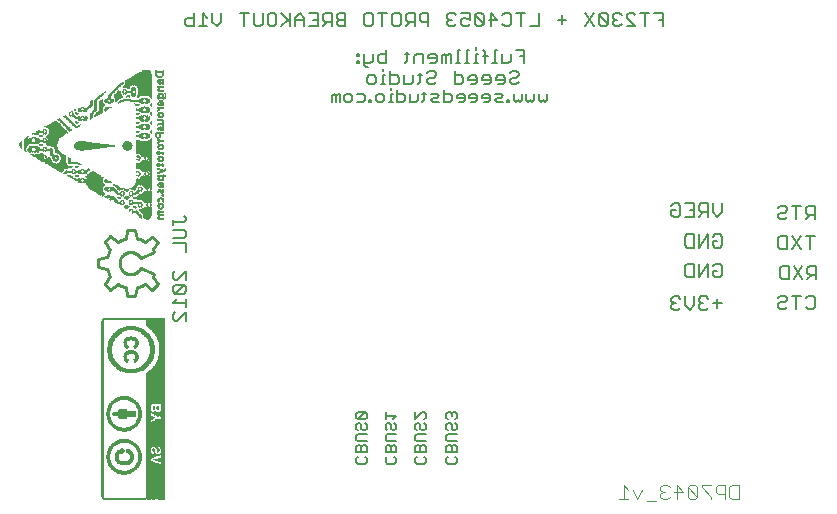
<source format=gbo>
G75*
G70*
%OFA0B0*%
%FSLAX24Y24*%
%IPPOS*%
%LPD*%
%AMOC8*
5,1,8,0,0,1.08239X$1,22.5*
%
%ADD10C,0.0050*%
%ADD11C,0.0060*%
%ADD12R,0.0015X0.6015*%
%ADD13R,0.0015X0.6045*%
%ADD14R,0.0015X0.4395*%
%ADD15R,0.0015X0.1620*%
%ADD16R,0.0015X0.2865*%
%ADD17R,0.0015X0.0210*%
%ADD18R,0.0015X0.0975*%
%ADD19R,0.0015X0.0075*%
%ADD20R,0.0015X0.0165*%
%ADD21R,0.0015X0.1170*%
%ADD22R,0.0015X0.0180*%
%ADD23R,0.0015X0.0945*%
%ADD24R,0.0015X0.0045*%
%ADD25R,0.0015X0.1035*%
%ADD26R,0.0015X0.1785*%
%ADD27R,0.0015X0.0930*%
%ADD28R,0.0015X0.0150*%
%ADD29R,0.0015X0.0885*%
%ADD30R,0.0015X0.1650*%
%ADD31R,0.0015X0.0060*%
%ADD32R,0.0015X0.0030*%
%ADD33R,0.0015X0.0135*%
%ADD34R,0.0015X0.1185*%
%ADD35R,0.0015X0.0810*%
%ADD36R,0.0015X0.1575*%
%ADD37R,0.0015X0.0120*%
%ADD38R,0.0015X0.0915*%
%ADD39R,0.0015X0.0765*%
%ADD40R,0.0015X0.1530*%
%ADD41R,0.0015X0.1200*%
%ADD42R,0.0015X0.0735*%
%ADD43R,0.0015X0.1485*%
%ADD44R,0.0015X0.0690*%
%ADD45R,0.0015X0.1455*%
%ADD46R,0.0015X0.1110*%
%ADD47R,0.0015X0.0660*%
%ADD48R,0.0015X0.1425*%
%ADD49R,0.0015X0.1080*%
%ADD50R,0.0015X0.1215*%
%ADD51R,0.0015X0.0630*%
%ADD52R,0.0015X0.1395*%
%ADD53R,0.0015X0.0090*%
%ADD54R,0.0015X0.1020*%
%ADD55R,0.0015X0.0600*%
%ADD56R,0.0015X0.1365*%
%ADD57R,0.0015X0.0960*%
%ADD58R,0.0015X0.0585*%
%ADD59R,0.0015X0.1335*%
%ADD60R,0.0015X0.1230*%
%ADD61R,0.0015X0.0555*%
%ADD62R,0.0015X0.1320*%
%ADD63R,0.0015X0.0540*%
%ADD64R,0.0015X0.1290*%
%ADD65R,0.0015X0.0885*%
%ADD66R,0.0015X0.0225*%
%ADD67R,0.0015X0.1245*%
%ADD68R,0.0015X0.0510*%
%ADD69R,0.0015X0.0300*%
%ADD70R,0.0015X0.1275*%
%ADD71R,0.0015X0.0105*%
%ADD72R,0.0015X0.0270*%
%ADD73R,0.0015X0.0015*%
%ADD74R,0.0015X0.0495*%
%ADD75R,0.0015X0.0435*%
%ADD76R,0.0015X0.1260*%
%ADD77R,0.0015X0.0855*%
%ADD78R,0.0015X0.0480*%
%ADD79R,0.0015X0.0525*%
%ADD80R,0.0015X0.0465*%
%ADD81R,0.0015X0.0600*%
%ADD82R,0.0015X0.0450*%
%ADD83R,0.0015X0.0675*%
%ADD84R,0.0015X0.0840*%
%ADD85R,0.0015X0.0420*%
%ADD86R,0.0015X0.0735*%
%ADD87R,0.0015X0.0405*%
%ADD88R,0.0015X0.0780*%
%ADD89R,0.0015X0.0825*%
%ADD90R,0.0015X0.1155*%
%ADD91R,0.0015X0.0195*%
%ADD92R,0.0015X0.0390*%
%ADD93R,0.0015X0.2670*%
%ADD94R,0.0015X0.0375*%
%ADD95R,0.0015X0.4320*%
%ADD96R,0.0015X0.0360*%
%ADD97R,0.0015X0.0330*%
%ADD98R,0.0015X0.4305*%
%ADD99R,0.0015X0.0345*%
%ADD100R,0.0015X0.4290*%
%ADD101R,0.0015X0.0330*%
%ADD102R,0.0015X0.4275*%
%ADD103R,0.0015X0.0255*%
%ADD104R,0.0015X0.4260*%
%ADD105R,0.0015X0.0315*%
%ADD106R,0.0015X0.0240*%
%ADD107R,0.0015X0.0300*%
%ADD108R,0.0015X0.4245*%
%ADD109R,0.0015X0.0285*%
%ADD110R,0.0015X0.4230*%
%ADD111R,0.0015X0.0270*%
%ADD112R,0.0015X0.4215*%
%ADD113R,0.0015X0.0060*%
%ADD114R,0.0015X0.0360*%
%ADD115R,0.0015X0.0450*%
%ADD116R,0.0015X0.0510*%
%ADD117R,0.0015X0.0570*%
%ADD118R,0.0015X0.0555*%
%ADD119R,0.0015X0.0615*%
%ADD120R,0.0015X0.0660*%
%ADD121R,0.0015X0.0345*%
%ADD122R,0.0015X0.0390*%
%ADD123R,0.0015X0.0315*%
%ADD124R,0.0015X0.0420*%
%ADD125R,0.0015X0.0465*%
%ADD126R,0.0015X0.0375*%
%ADD127R,0.0015X0.0285*%
%ADD128R,0.0015X0.0405*%
%ADD129R,0.0015X0.0870*%
%ADD130R,0.0015X0.0720*%
%ADD131R,0.0015X0.0645*%
%ADD132R,0.0015X0.0585*%
%ADD133R,0.0015X0.0495*%
%ADD134R,0.0015X0.0540*%
%ADD135R,0.0015X0.0480*%
%ADD136R,0.0015X0.6015*%
%ADD137R,0.0015X0.5985*%
%ADD138R,0.0015X0.5955*%
%ADD139R,0.0015X0.5895*%
%ADD140R,0.0010X0.0150*%
%ADD141R,0.0010X0.0070*%
%ADD142R,0.0010X0.0160*%
%ADD143R,0.0010X0.0080*%
%ADD144R,0.0010X0.0170*%
%ADD145R,0.0010X0.0090*%
%ADD146R,0.0010X0.0040*%
%ADD147R,0.0010X0.0100*%
%ADD148R,0.0010X0.0010*%
%ADD149R,0.0010X0.0060*%
%ADD150R,0.0010X0.0130*%
%ADD151R,0.0010X0.0050*%
%ADD152R,0.0010X0.0110*%
%ADD153R,0.0010X0.0140*%
%ADD154R,0.0010X0.0120*%
%ADD155R,0.0010X0.0190*%
%ADD156R,0.0010X0.0180*%
%ADD157R,0.0010X0.0210*%
%ADD158R,0.0010X0.0220*%
%ADD159R,0.0010X0.0200*%
%ADD160R,0.0010X0.0030*%
%ADD161R,0.0010X0.0020*%
%ADD162R,0.0010X0.0310*%
%ADD163R,0.0010X0.0780*%
%ADD164R,0.0010X0.1640*%
%ADD165R,0.0010X0.0380*%
%ADD166R,0.0010X0.0260*%
%ADD167R,0.0010X0.0800*%
%ADD168R,0.0010X0.1610*%
%ADD169R,0.0010X0.0360*%
%ADD170R,0.0010X0.0290*%
%ADD171R,0.0010X0.0820*%
%ADD172R,0.0010X0.1590*%
%ADD173R,0.0010X0.0340*%
%ADD174R,0.0010X0.0840*%
%ADD175R,0.0010X0.1570*%
%ADD176R,0.0010X0.0330*%
%ADD177R,0.0010X0.0320*%
%ADD178R,0.0010X0.1550*%
%ADD179R,0.0010X0.0300*%
%ADD180R,0.0010X0.0850*%
%ADD181R,0.0010X0.1080*%
%ADD182R,0.0010X0.0520*%
%ADD183R,0.0010X0.0450*%
%ADD184R,0.0010X0.0420*%
%ADD185R,0.0010X0.0540*%
%ADD186R,0.0010X0.0410*%
%ADD187R,0.0010X0.0430*%
%ADD188R,0.0010X0.0860*%
%ADD189R,0.0010X0.0530*%
%ADD190R,0.0010X0.0390*%
%ADD191R,0.0010X0.0510*%
%ADD192R,0.0010X0.0400*%
%ADD193R,0.0010X0.0500*%
%ADD194R,0.0010X0.0480*%
%ADD195R,0.0010X0.0370*%
%ADD196R,0.0010X0.0440*%
%ADD197R,0.0010X0.0870*%
%ADD198R,0.0010X0.0350*%
%ADD199R,0.0010X0.0490*%
%ADD200R,0.0010X0.0230*%
%ADD201R,0.0010X0.0270*%
%ADD202R,0.0010X0.0240*%
%ADD203R,0.0010X0.0830*%
%ADD204R,0.0010X0.0280*%
%ADD205R,0.0010X0.0810*%
%ADD206R,0.0010X0.0470*%
%ADD207R,0.0010X0.0250*%
%ADD208R,0.0010X0.0460*%
%ADD209R,0.0010X0.0640*%
%ADD210R,0.0010X0.0630*%
%ADD211R,0.0010X0.0620*%
%ADD212R,0.0010X0.0610*%
%ADD213R,0.0010X0.0590*%
%ADD214R,0.0010X0.0580*%
%ADD215R,0.0010X0.0560*%
%ADD216R,0.0010X0.0550*%
%ADD217R,0.0010X0.0570*%
%ADD218R,0.0010X0.0650*%
%ADD219R,0.0010X0.0680*%
%ADD220R,0.0010X0.0720*%
%ADD221R,0.0010X0.1060*%
%ADD222R,0.0010X0.1070*%
%ADD223R,0.0010X0.1050*%
%ADD224R,0.0010X0.0920*%
%ADD225R,0.0010X0.0890*%
%ADD226R,0.0010X0.0770*%
%ADD227R,0.0010X0.0760*%
%ADD228R,0.0010X0.0750*%
%ADD229R,0.0010X0.0740*%
%ADD230R,0.0010X0.0730*%
%ADD231C,0.0100*%
%ADD232C,0.0040*%
D10*
X016750Y005075D02*
X016750Y005192D01*
X016808Y005250D01*
X016750Y005385D02*
X016750Y005560D01*
X016808Y005618D01*
X016866Y005618D01*
X016925Y005560D01*
X016925Y005385D01*
X016925Y005560D02*
X016983Y005618D01*
X017042Y005618D01*
X017100Y005560D01*
X017100Y005385D01*
X016750Y005385D01*
X016750Y005075D02*
X016808Y005016D01*
X017042Y005016D01*
X017100Y005075D01*
X017100Y005192D01*
X017042Y005250D01*
X017734Y005192D02*
X017792Y005250D01*
X017734Y005192D02*
X017734Y005075D01*
X017792Y005016D01*
X018026Y005016D01*
X018084Y005075D01*
X018084Y005192D01*
X018026Y005250D01*
X018084Y005385D02*
X017734Y005385D01*
X017734Y005560D01*
X017792Y005618D01*
X017851Y005618D01*
X017909Y005560D01*
X017909Y005385D01*
X017909Y005560D02*
X017967Y005618D01*
X018026Y005618D01*
X018084Y005560D01*
X018084Y005385D01*
X018084Y005753D02*
X017792Y005753D01*
X017734Y005811D01*
X017734Y005928D01*
X017792Y005987D01*
X018084Y005987D01*
X018026Y006121D02*
X017967Y006121D01*
X017909Y006180D01*
X017909Y006297D01*
X017851Y006355D01*
X017792Y006355D01*
X017734Y006297D01*
X017734Y006180D01*
X017792Y006121D01*
X018026Y006121D02*
X018084Y006180D01*
X018084Y006297D01*
X018026Y006355D01*
X017967Y006490D02*
X018084Y006606D01*
X017734Y006606D01*
X017734Y006490D02*
X017734Y006723D01*
X017100Y006665D02*
X017100Y006548D01*
X017042Y006490D01*
X016808Y006490D01*
X017042Y006723D01*
X016808Y006723D01*
X016750Y006665D01*
X016750Y006548D01*
X016808Y006490D01*
X016808Y006355D02*
X016750Y006297D01*
X016750Y006180D01*
X016808Y006121D01*
X016925Y006180D02*
X016925Y006297D01*
X016866Y006355D01*
X016808Y006355D01*
X016925Y006180D02*
X016983Y006121D01*
X017042Y006121D01*
X017100Y006180D01*
X017100Y006297D01*
X017042Y006355D01*
X017100Y006665D02*
X017042Y006723D01*
X017100Y005987D02*
X016808Y005987D01*
X016750Y005928D01*
X016750Y005811D01*
X016808Y005753D01*
X017100Y005753D01*
X018718Y005811D02*
X018718Y005928D01*
X018777Y005987D01*
X019069Y005987D01*
X019010Y006121D02*
X018952Y006121D01*
X018893Y006180D01*
X018893Y006297D01*
X018835Y006355D01*
X018777Y006355D01*
X018718Y006297D01*
X018718Y006180D01*
X018777Y006121D01*
X019010Y006121D02*
X019069Y006180D01*
X019069Y006297D01*
X019010Y006355D01*
X019010Y006490D02*
X019069Y006548D01*
X019069Y006665D01*
X019010Y006723D01*
X018952Y006723D01*
X018718Y006490D01*
X018718Y006723D01*
X018718Y005811D02*
X018777Y005753D01*
X019069Y005753D01*
X019010Y005618D02*
X018952Y005618D01*
X018893Y005560D01*
X018893Y005385D01*
X018718Y005385D02*
X019069Y005385D01*
X019069Y005560D01*
X019010Y005618D01*
X018893Y005560D02*
X018835Y005618D01*
X018777Y005618D01*
X018718Y005560D01*
X018718Y005385D01*
X018777Y005250D02*
X018718Y005192D01*
X018718Y005075D01*
X018777Y005016D01*
X019010Y005016D01*
X019069Y005075D01*
X019069Y005192D01*
X019010Y005250D01*
X019752Y005192D02*
X019810Y005250D01*
X019752Y005192D02*
X019752Y005075D01*
X019810Y005016D01*
X020044Y005016D01*
X020102Y005075D01*
X020102Y005192D01*
X020044Y005250D01*
X020102Y005385D02*
X020102Y005560D01*
X020044Y005618D01*
X019985Y005618D01*
X019927Y005560D01*
X019927Y005385D01*
X019927Y005560D02*
X019868Y005618D01*
X019810Y005618D01*
X019752Y005560D01*
X019752Y005385D01*
X020102Y005385D01*
X020102Y005753D02*
X019810Y005753D01*
X019752Y005811D01*
X019752Y005928D01*
X019810Y005987D01*
X020102Y005987D01*
X020044Y006121D02*
X019985Y006121D01*
X019927Y006180D01*
X019927Y006297D01*
X019868Y006355D01*
X019810Y006355D01*
X019752Y006297D01*
X019752Y006180D01*
X019810Y006121D01*
X020044Y006121D02*
X020102Y006180D01*
X020102Y006297D01*
X020044Y006355D01*
X020044Y006490D02*
X020102Y006548D01*
X020102Y006665D01*
X020044Y006723D01*
X019985Y006723D01*
X019927Y006665D01*
X019868Y006723D01*
X019810Y006723D01*
X019752Y006665D01*
X019752Y006548D01*
X019810Y006490D01*
X019927Y006606D02*
X019927Y006665D01*
D11*
X027258Y010217D02*
X027332Y010144D01*
X027478Y010144D01*
X027552Y010217D01*
X027719Y010290D02*
X027865Y010144D01*
X028012Y010290D01*
X028012Y010584D01*
X028179Y010511D02*
X028252Y010584D01*
X028399Y010584D01*
X028473Y010511D01*
X028326Y010364D02*
X028252Y010364D01*
X028179Y010290D01*
X028179Y010217D01*
X028252Y010144D01*
X028399Y010144D01*
X028473Y010217D01*
X028639Y010364D02*
X028933Y010364D01*
X028786Y010511D02*
X028786Y010217D01*
X028252Y010364D02*
X028179Y010437D01*
X028179Y010511D01*
X027719Y010584D02*
X027719Y010290D01*
X027552Y010511D02*
X027478Y010584D01*
X027332Y010584D01*
X027258Y010511D01*
X027258Y010437D01*
X027332Y010364D01*
X027258Y010290D01*
X027258Y010217D01*
X027332Y010364D02*
X027405Y010364D01*
X027792Y011226D02*
X027719Y011300D01*
X027719Y011593D01*
X027792Y011667D01*
X028012Y011667D01*
X028012Y011226D01*
X027792Y011226D01*
X028179Y011226D02*
X028179Y011667D01*
X028473Y011667D02*
X028179Y011226D01*
X028473Y011226D02*
X028473Y011667D01*
X028639Y011593D02*
X028713Y011667D01*
X028860Y011667D01*
X028933Y011593D01*
X028933Y011300D01*
X028860Y011226D01*
X028713Y011226D01*
X028639Y011300D01*
X028639Y011446D01*
X028786Y011446D01*
X028713Y012210D02*
X028639Y012284D01*
X028639Y012431D01*
X028786Y012431D01*
X028639Y012577D02*
X028713Y012651D01*
X028860Y012651D01*
X028933Y012577D01*
X028933Y012284D01*
X028860Y012210D01*
X028713Y012210D01*
X028473Y012210D02*
X028473Y012651D01*
X028179Y012210D01*
X028179Y012651D01*
X028012Y012651D02*
X027792Y012651D01*
X027719Y012577D01*
X027719Y012284D01*
X027792Y012210D01*
X028012Y012210D01*
X028012Y012651D01*
X028012Y013244D02*
X027719Y013244D01*
X027552Y013317D02*
X027478Y013244D01*
X027332Y013244D01*
X027258Y013317D01*
X027258Y013464D01*
X027405Y013464D01*
X027552Y013611D02*
X027552Y013317D01*
X027552Y013611D02*
X027478Y013684D01*
X027332Y013684D01*
X027258Y013611D01*
X027719Y013684D02*
X028012Y013684D01*
X028012Y013244D01*
X028179Y013244D02*
X028326Y013391D01*
X028252Y013391D02*
X028473Y013391D01*
X028473Y013244D02*
X028473Y013684D01*
X028252Y013684D01*
X028179Y013611D01*
X028179Y013464D01*
X028252Y013391D01*
X028012Y013464D02*
X027865Y013464D01*
X028639Y013391D02*
X028639Y013684D01*
X028933Y013684D02*
X028933Y013391D01*
X028786Y013244D01*
X028639Y013391D01*
X030819Y013308D02*
X030819Y013235D01*
X030892Y013161D01*
X031039Y013161D01*
X031113Y013235D01*
X031039Y013381D02*
X031113Y013455D01*
X031113Y013528D01*
X031039Y013602D01*
X030892Y013602D01*
X030819Y013528D01*
X030892Y013381D02*
X030819Y013308D01*
X030892Y013381D02*
X031039Y013381D01*
X031279Y013602D02*
X031573Y013602D01*
X031426Y013602D02*
X031426Y013161D01*
X031740Y013161D02*
X031887Y013308D01*
X031813Y013308D02*
X032033Y013308D01*
X032033Y013161D02*
X032033Y013602D01*
X031813Y013602D01*
X031740Y013528D01*
X031740Y013381D01*
X031813Y013308D01*
X031740Y012600D02*
X032033Y012600D01*
X031887Y012600D02*
X031887Y012159D01*
X031573Y012159D02*
X031279Y012600D01*
X031113Y012600D02*
X030892Y012600D01*
X030819Y012526D01*
X030819Y012233D01*
X030892Y012159D01*
X031113Y012159D01*
X031113Y012600D01*
X031573Y012600D02*
X031279Y012159D01*
X031329Y011600D02*
X031622Y011159D01*
X031789Y011159D02*
X031936Y011306D01*
X031862Y011306D02*
X032083Y011306D01*
X032083Y011159D02*
X032083Y011600D01*
X031862Y011600D01*
X031789Y011526D01*
X031789Y011379D01*
X031862Y011306D01*
X031622Y011600D02*
X031329Y011159D01*
X031162Y011159D02*
X030942Y011159D01*
X030868Y011233D01*
X030868Y011526D01*
X030942Y011600D01*
X031162Y011600D01*
X031162Y011159D01*
X031279Y010613D02*
X031573Y010613D01*
X031426Y010613D02*
X031426Y010173D01*
X031113Y010246D02*
X031039Y010173D01*
X030892Y010173D01*
X030819Y010246D01*
X030819Y010320D01*
X030892Y010393D01*
X031039Y010393D01*
X031113Y010467D01*
X031113Y010540D01*
X031039Y010613D01*
X030892Y010613D01*
X030819Y010540D01*
X031740Y010540D02*
X031813Y010613D01*
X031960Y010613D01*
X032033Y010540D01*
X032033Y010246D01*
X031960Y010173D01*
X031813Y010173D01*
X031740Y010246D01*
X023115Y017137D02*
X023048Y017071D01*
X022982Y017137D01*
X022915Y017071D01*
X022848Y017137D01*
X022848Y017338D01*
X022691Y017338D02*
X022691Y017137D01*
X022625Y017071D01*
X022558Y017137D01*
X022491Y017071D01*
X022425Y017137D01*
X022425Y017338D01*
X022268Y017338D02*
X022268Y017137D01*
X022201Y017071D01*
X022134Y017137D01*
X022068Y017071D01*
X022001Y017137D01*
X022001Y017338D01*
X021844Y017137D02*
X021844Y017071D01*
X021778Y017071D01*
X021778Y017137D01*
X021844Y017137D01*
X021633Y017071D02*
X021432Y017071D01*
X021366Y017137D01*
X021432Y017204D01*
X021566Y017204D01*
X021633Y017271D01*
X021566Y017338D01*
X021366Y017338D01*
X021209Y017271D02*
X021142Y017338D01*
X021009Y017338D01*
X020942Y017271D01*
X020942Y017204D01*
X021209Y017204D01*
X021209Y017137D02*
X021209Y017271D01*
X021209Y017137D02*
X021142Y017071D01*
X021009Y017071D01*
X020786Y017137D02*
X020719Y017071D01*
X020585Y017071D01*
X020519Y017204D02*
X020786Y017204D01*
X020786Y017137D02*
X020786Y017271D01*
X020719Y017338D01*
X020585Y017338D01*
X020519Y017271D01*
X020519Y017204D01*
X020362Y017204D02*
X020095Y017204D01*
X020095Y017271D01*
X020162Y017338D01*
X020295Y017338D01*
X020362Y017271D01*
X020362Y017137D01*
X020295Y017071D01*
X020162Y017071D01*
X019938Y017137D02*
X019938Y017271D01*
X019872Y017338D01*
X019672Y017338D01*
X019672Y017471D02*
X019672Y017071D01*
X019872Y017071D01*
X019938Y017137D01*
X019515Y017071D02*
X019315Y017071D01*
X019248Y017137D01*
X019315Y017204D01*
X019448Y017204D01*
X019515Y017271D01*
X019448Y017338D01*
X019248Y017338D01*
X019091Y017338D02*
X018958Y017338D01*
X019025Y017404D02*
X019025Y017137D01*
X018958Y017071D01*
X018809Y017137D02*
X018742Y017071D01*
X018542Y017071D01*
X018542Y017338D01*
X018385Y017271D02*
X018319Y017338D01*
X018119Y017338D01*
X018119Y017471D02*
X018119Y017071D01*
X018319Y017071D01*
X018385Y017137D01*
X018385Y017271D01*
X017962Y017338D02*
X017895Y017338D01*
X017895Y017071D01*
X017962Y017071D02*
X017828Y017071D01*
X017680Y017137D02*
X017613Y017071D01*
X017479Y017071D01*
X017413Y017137D01*
X017413Y017271D01*
X017479Y017338D01*
X017613Y017338D01*
X017680Y017271D01*
X017680Y017137D01*
X017895Y017471D02*
X017895Y017538D01*
X017882Y017661D02*
X018102Y017661D01*
X018175Y017735D01*
X018175Y017881D01*
X018102Y017955D01*
X017882Y017955D01*
X017882Y018102D02*
X017882Y017661D01*
X017715Y017661D02*
X017568Y017661D01*
X017642Y017661D02*
X017642Y017955D01*
X017715Y017955D01*
X017642Y018102D02*
X017642Y018175D01*
X017534Y018373D02*
X017461Y018446D01*
X017461Y018593D01*
X017534Y018666D01*
X017755Y018666D01*
X017755Y018813D02*
X017755Y018373D01*
X017534Y018373D01*
X017294Y018446D02*
X017221Y018373D01*
X017001Y018373D01*
X017001Y018299D02*
X017074Y018226D01*
X017148Y018226D01*
X017001Y018299D02*
X017001Y018666D01*
X016834Y018666D02*
X016834Y018593D01*
X016761Y018593D01*
X016761Y018666D01*
X016834Y018666D01*
X016834Y018446D02*
X016834Y018373D01*
X016761Y018373D01*
X016761Y018446D01*
X016834Y018446D01*
X017294Y018446D02*
X017294Y018666D01*
X017335Y017955D02*
X017408Y017881D01*
X017408Y017735D01*
X017335Y017661D01*
X017188Y017661D01*
X017115Y017735D01*
X017115Y017881D01*
X017188Y017955D01*
X017335Y017955D01*
X016978Y017338D02*
X016777Y017338D01*
X016621Y017271D02*
X016621Y017137D01*
X016554Y017071D01*
X016421Y017071D01*
X016354Y017137D01*
X016354Y017271D01*
X016421Y017338D01*
X016554Y017338D01*
X016621Y017271D01*
X016777Y017071D02*
X016978Y017071D01*
X017044Y017137D01*
X017044Y017271D01*
X016978Y017338D01*
X017189Y017137D02*
X017189Y017071D01*
X017256Y017071D01*
X017256Y017137D01*
X017189Y017137D01*
X016197Y017071D02*
X016197Y017338D01*
X016130Y017338D01*
X016064Y017271D01*
X015997Y017338D01*
X015930Y017271D01*
X015930Y017071D01*
X016064Y017071D02*
X016064Y017271D01*
X018342Y017661D02*
X018342Y017955D01*
X018342Y017661D02*
X018562Y017661D01*
X018636Y017735D01*
X018636Y017955D01*
X018796Y017955D02*
X018943Y017955D01*
X018869Y018028D02*
X018869Y017735D01*
X018796Y017661D01*
X019109Y017735D02*
X019183Y017661D01*
X019330Y017661D01*
X019403Y017735D01*
X019330Y017881D02*
X019183Y017881D01*
X019109Y017808D01*
X019109Y017735D01*
X019330Y017881D02*
X019403Y017955D01*
X019403Y018028D01*
X019330Y018102D01*
X019183Y018102D01*
X019109Y018028D01*
X019222Y018373D02*
X019369Y018373D01*
X019443Y018446D01*
X019443Y018593D01*
X019369Y018666D01*
X019222Y018666D01*
X019149Y018593D01*
X019149Y018520D01*
X019443Y018520D01*
X019609Y018593D02*
X019609Y018373D01*
X019756Y018373D02*
X019756Y018593D01*
X019683Y018666D01*
X019609Y018593D01*
X019756Y018593D02*
X019830Y018666D01*
X019903Y018666D01*
X019903Y018373D01*
X020063Y018373D02*
X020210Y018373D01*
X020136Y018373D02*
X020136Y018813D01*
X020210Y018813D01*
X020443Y018813D02*
X020443Y018373D01*
X020370Y018373D02*
X020517Y018373D01*
X020677Y018373D02*
X020824Y018373D01*
X020750Y018373D02*
X020750Y018666D01*
X020824Y018666D01*
X020750Y018813D02*
X020750Y018887D01*
X020517Y018813D02*
X020443Y018813D01*
X020984Y018813D02*
X021057Y018740D01*
X021057Y018373D01*
X020984Y018593D02*
X021131Y018593D01*
X021291Y018373D02*
X021437Y018373D01*
X021364Y018373D02*
X021364Y018813D01*
X021437Y018813D01*
X021604Y018666D02*
X021604Y018373D01*
X021824Y018373D01*
X021898Y018446D01*
X021898Y018666D01*
X022065Y018813D02*
X022358Y018813D01*
X022358Y018373D01*
X022358Y018593D02*
X022211Y018593D01*
X022092Y018102D02*
X022165Y018028D01*
X022165Y017955D01*
X022092Y017881D01*
X021945Y017881D01*
X021872Y017808D01*
X021872Y017735D01*
X021945Y017661D01*
X022092Y017661D01*
X022165Y017735D01*
X022092Y018102D02*
X021945Y018102D01*
X021872Y018028D01*
X021705Y017881D02*
X021631Y017955D01*
X021485Y017955D01*
X021411Y017881D01*
X021411Y017808D01*
X021705Y017808D01*
X021705Y017735D02*
X021705Y017881D01*
X021705Y017735D02*
X021631Y017661D01*
X021485Y017661D01*
X021244Y017735D02*
X021244Y017881D01*
X021171Y017955D01*
X021024Y017955D01*
X020951Y017881D01*
X020951Y017808D01*
X021244Y017808D01*
X021244Y017735D02*
X021171Y017661D01*
X021024Y017661D01*
X020784Y017735D02*
X020784Y017881D01*
X020711Y017955D01*
X020564Y017955D01*
X020491Y017881D01*
X020491Y017808D01*
X020784Y017808D01*
X020784Y017735D02*
X020711Y017661D01*
X020564Y017661D01*
X020324Y017735D02*
X020324Y017881D01*
X020250Y017955D01*
X020030Y017955D01*
X020030Y018102D02*
X020030Y017661D01*
X020250Y017661D01*
X020324Y017735D01*
X018982Y018373D02*
X018982Y018666D01*
X018762Y018666D01*
X018689Y018593D01*
X018689Y018373D01*
X018449Y018446D02*
X018375Y018373D01*
X018449Y018446D02*
X018449Y018740D01*
X018522Y018666D02*
X018375Y018666D01*
X018400Y019588D02*
X018547Y019735D01*
X018474Y019735D02*
X018694Y019735D01*
X018694Y019588D02*
X018694Y020029D01*
X018474Y020029D01*
X018400Y019955D01*
X018400Y019809D01*
X018474Y019735D01*
X018233Y019662D02*
X018160Y019588D01*
X018013Y019588D01*
X017940Y019662D01*
X017940Y019955D01*
X018013Y020029D01*
X018160Y020029D01*
X018233Y019955D01*
X018233Y019662D01*
X017626Y019588D02*
X017626Y020029D01*
X017773Y020029D02*
X017479Y020029D01*
X017313Y019955D02*
X017313Y019662D01*
X017239Y019588D01*
X017093Y019588D01*
X017019Y019662D01*
X017019Y019955D01*
X017093Y020029D01*
X017239Y020029D01*
X017313Y019955D01*
X016392Y020029D02*
X016392Y019588D01*
X016172Y019588D01*
X016098Y019662D01*
X016098Y019735D01*
X016172Y019809D01*
X016392Y019809D01*
X016392Y020029D02*
X016172Y020029D01*
X016098Y019955D01*
X016098Y019882D01*
X016172Y019809D01*
X015932Y019735D02*
X015711Y019735D01*
X015638Y019809D01*
X015638Y019955D01*
X015711Y020029D01*
X015932Y020029D01*
X015932Y019588D01*
X015785Y019735D02*
X015638Y019588D01*
X015471Y019588D02*
X015178Y019588D01*
X015011Y019588D02*
X015011Y019882D01*
X014864Y020029D01*
X014717Y019882D01*
X014717Y019588D01*
X014551Y019588D02*
X014551Y020029D01*
X014477Y019809D02*
X014257Y019588D01*
X014090Y019662D02*
X014090Y019955D01*
X014017Y020029D01*
X013870Y020029D01*
X013797Y019955D01*
X013797Y019662D01*
X013870Y019588D01*
X014017Y019588D01*
X014090Y019662D01*
X014257Y020029D02*
X014551Y019735D01*
X014717Y019809D02*
X015011Y019809D01*
X015178Y020029D02*
X015471Y020029D01*
X015471Y019588D01*
X015471Y019809D02*
X015325Y019809D01*
X013630Y019662D02*
X013556Y019588D01*
X013410Y019588D01*
X013336Y019662D01*
X013336Y020029D01*
X013170Y020029D02*
X012876Y020029D01*
X013023Y020029D02*
X013023Y019588D01*
X013630Y019662D02*
X013630Y020029D01*
X012249Y020029D02*
X012249Y019735D01*
X012102Y019588D01*
X011955Y019735D01*
X011955Y020029D01*
X011788Y019882D02*
X011642Y020029D01*
X011642Y019588D01*
X011788Y019588D02*
X011495Y019588D01*
X011328Y019588D02*
X011108Y019588D01*
X011035Y019662D01*
X011035Y019809D01*
X011108Y019882D01*
X011328Y019882D01*
X011328Y020029D02*
X011328Y019588D01*
X018861Y019809D02*
X018934Y019735D01*
X019154Y019735D01*
X019154Y019588D02*
X019154Y020029D01*
X018934Y020029D01*
X018861Y019955D01*
X018861Y019809D01*
X019781Y019882D02*
X019855Y019809D01*
X019781Y019735D01*
X019781Y019662D01*
X019855Y019588D01*
X020001Y019588D01*
X020075Y019662D01*
X020242Y019662D02*
X020242Y019809D01*
X020315Y019882D01*
X020388Y019882D01*
X020535Y019809D01*
X020535Y020029D01*
X020242Y020029D01*
X020075Y019955D02*
X020001Y020029D01*
X019855Y020029D01*
X019781Y019955D01*
X019781Y019882D01*
X019855Y019809D02*
X019928Y019809D01*
X020242Y019662D02*
X020315Y019588D01*
X020462Y019588D01*
X020535Y019662D01*
X020702Y019662D02*
X020702Y019955D01*
X020996Y019662D01*
X020922Y019588D01*
X020775Y019588D01*
X020702Y019662D01*
X020702Y019955D02*
X020775Y020029D01*
X020922Y020029D01*
X020996Y019955D01*
X020996Y019662D01*
X021162Y019809D02*
X021456Y019809D01*
X021236Y020029D01*
X021236Y019588D01*
X021623Y019662D02*
X021696Y019588D01*
X021843Y019588D01*
X021916Y019662D01*
X021916Y019955D01*
X021843Y020029D01*
X021696Y020029D01*
X021623Y019955D01*
X022083Y020029D02*
X022377Y020029D01*
X022230Y020029D02*
X022230Y019588D01*
X022543Y019588D02*
X022837Y019588D01*
X022837Y020029D01*
X023464Y019809D02*
X023758Y019809D01*
X023611Y019955D02*
X023611Y019662D01*
X024385Y019588D02*
X024678Y020029D01*
X024845Y019955D02*
X025139Y019662D01*
X025065Y019588D01*
X024919Y019588D01*
X024845Y019662D01*
X024845Y019955D01*
X024919Y020029D01*
X025065Y020029D01*
X025139Y019955D01*
X025139Y019662D01*
X025306Y019662D02*
X025379Y019588D01*
X025526Y019588D01*
X025599Y019662D01*
X025766Y019588D02*
X026059Y019588D01*
X025766Y019882D01*
X025766Y019955D01*
X025839Y020029D01*
X025986Y020029D01*
X026059Y019955D01*
X026226Y020029D02*
X026520Y020029D01*
X026373Y020029D02*
X026373Y019588D01*
X026833Y019809D02*
X026980Y019809D01*
X026980Y020029D02*
X026687Y020029D01*
X026980Y020029D02*
X026980Y019588D01*
X025599Y019955D02*
X025526Y020029D01*
X025379Y020029D01*
X025306Y019955D01*
X025306Y019882D01*
X025379Y019809D01*
X025306Y019735D01*
X025306Y019662D01*
X025379Y019809D02*
X025452Y019809D01*
X024678Y019588D02*
X024385Y020029D01*
X023115Y017338D02*
X023115Y017137D01*
X018809Y017137D02*
X018809Y017338D01*
X011084Y013200D02*
X011084Y013127D01*
X011011Y013053D01*
X010644Y013053D01*
X010644Y012980D02*
X010644Y013127D01*
X010644Y012813D02*
X011011Y012813D01*
X011084Y012740D01*
X011084Y012593D01*
X011011Y012520D01*
X010644Y012520D01*
X010644Y012353D02*
X011084Y012353D01*
X011084Y012059D01*
X011084Y011432D02*
X010791Y011139D01*
X010718Y011139D01*
X010644Y011212D01*
X010644Y011359D01*
X010718Y011432D01*
X011084Y011432D02*
X011084Y011139D01*
X011011Y010972D02*
X010718Y010972D01*
X010644Y010898D01*
X010644Y010752D01*
X010718Y010678D01*
X011011Y010972D01*
X011084Y010898D01*
X011084Y010752D01*
X011011Y010678D01*
X010718Y010678D01*
X010791Y010511D02*
X010644Y010365D01*
X011084Y010365D01*
X011084Y010511D02*
X011084Y010218D01*
X011084Y010051D02*
X010791Y009757D01*
X010718Y009757D01*
X010644Y009831D01*
X010644Y009978D01*
X010718Y010051D01*
X011084Y010051D02*
X011084Y009757D01*
X011084Y013200D02*
X011011Y013274D01*
D12*
X010384Y006841D03*
D13*
X010369Y006841D03*
X010354Y006841D03*
X010339Y006841D03*
X010324Y006841D03*
X010309Y006841D03*
X010294Y006841D03*
X010279Y006841D03*
D14*
X010264Y007666D03*
D15*
X010264Y004628D03*
X009919Y004628D03*
D16*
X010234Y008431D03*
X010249Y008431D03*
D17*
X009754Y008288D03*
X009484Y008573D03*
X008764Y008303D03*
X008749Y008318D03*
X009484Y009023D03*
X009769Y009308D03*
X009754Y009323D03*
X009784Y009293D03*
X008749Y009308D03*
X010249Y006683D03*
X009469Y006383D03*
X008584Y006398D03*
X008584Y005513D03*
X009334Y005243D03*
D18*
X010249Y006016D03*
D19*
X009994Y006541D03*
X010009Y006691D03*
X009994Y006706D03*
X009979Y006706D03*
X008809Y006676D03*
X009034Y005431D03*
X010114Y005296D03*
X010249Y005341D03*
X010129Y005146D03*
X010114Y005146D03*
X009364Y008446D03*
X009364Y008896D03*
D20*
X009379Y008701D03*
X009394Y008686D03*
X009124Y008911D03*
X009139Y009151D03*
X009379Y009151D03*
X009574Y009451D03*
X009589Y009451D03*
X009604Y009436D03*
X009634Y009421D03*
X009559Y009466D03*
X009544Y009466D03*
X009514Y009481D03*
X009469Y009496D03*
X009049Y009496D03*
X009004Y009481D03*
X008974Y009466D03*
X008959Y009466D03*
X008944Y009451D03*
X008914Y009436D03*
X009124Y008461D03*
X008959Y008161D03*
X008944Y008161D03*
X008929Y008176D03*
X008899Y008191D03*
X008989Y008146D03*
X009034Y008131D03*
X009079Y008116D03*
X009499Y008131D03*
X009529Y008146D03*
X009544Y008146D03*
X009559Y008161D03*
X009574Y008161D03*
X009589Y008176D03*
X009604Y008176D03*
X009619Y008191D03*
X009649Y008206D03*
X009409Y007036D03*
X009424Y007021D03*
X009439Y007006D03*
X008749Y006676D03*
X008734Y006676D03*
X008629Y007021D03*
X008629Y006331D03*
X008644Y006316D03*
X009409Y006301D03*
X009424Y006316D03*
X010084Y006691D03*
X010219Y006661D03*
X009424Y005596D03*
X009199Y005401D03*
X008989Y005431D03*
X008869Y005401D03*
X008644Y005596D03*
X008629Y005581D03*
X008869Y005071D03*
X008884Y005056D03*
X008914Y005041D03*
X009154Y005041D03*
X009184Y005056D03*
X009199Y005071D03*
X009409Y004876D03*
X009424Y004891D03*
X010069Y005311D03*
X010234Y005146D03*
X010249Y005146D03*
X008644Y004876D03*
X008629Y004891D03*
D21*
X010219Y004403D03*
X010234Y004403D03*
X010249Y004403D03*
X009949Y007583D03*
D22*
X009454Y006983D03*
X009394Y006668D03*
X009379Y006668D03*
X009364Y006668D03*
X009349Y006668D03*
X009334Y006668D03*
X009319Y006668D03*
X009304Y006668D03*
X009289Y006668D03*
X009274Y006668D03*
X009259Y006668D03*
X009244Y006668D03*
X009229Y006668D03*
X009214Y006668D03*
X009199Y006668D03*
X009184Y006668D03*
X009169Y006668D03*
X009154Y006668D03*
X009139Y006668D03*
X009439Y006338D03*
X008614Y006353D03*
X008599Y006368D03*
X008614Y006998D03*
X010234Y006668D03*
X009439Y005573D03*
X009214Y005393D03*
X009214Y005078D03*
X009439Y004913D03*
X009454Y004928D03*
X009949Y005273D03*
X008854Y005378D03*
X008614Y005558D03*
X008614Y004913D03*
X008914Y008183D03*
X008884Y008198D03*
X008869Y008213D03*
X008854Y008228D03*
X008839Y008228D03*
X008824Y008243D03*
X009034Y008573D03*
X008479Y008813D03*
X009034Y009023D03*
X009394Y009143D03*
X009619Y009428D03*
X009649Y009413D03*
X009664Y009398D03*
X008929Y009443D03*
X008899Y009428D03*
X008884Y009413D03*
X008869Y009413D03*
X008854Y009398D03*
X008839Y009383D03*
X009634Y008198D03*
X009664Y008213D03*
X009679Y008228D03*
D23*
X010234Y006031D03*
D24*
X010024Y006541D03*
X008659Y006676D03*
X009049Y005431D03*
X009979Y005461D03*
X010159Y005296D03*
X010174Y005296D03*
X010189Y005296D03*
X010219Y005311D03*
X010234Y005326D03*
X010084Y005146D03*
X010069Y005146D03*
X009169Y008461D03*
X009169Y008911D03*
D25*
X010219Y009346D03*
D26*
X010219Y007891D03*
D27*
X010219Y006038D03*
X010204Y006038D03*
X010084Y006023D03*
D28*
X009934Y006548D03*
X010069Y006698D03*
X010129Y006653D03*
X010189Y006653D03*
X010204Y006653D03*
X009394Y006293D03*
X009379Y006278D03*
X009349Y006248D03*
X008689Y006263D03*
X008674Y006278D03*
X008659Y006293D03*
X008704Y006668D03*
X008719Y006668D03*
X008764Y006668D03*
X008644Y007028D03*
X008659Y007043D03*
X008674Y007058D03*
X008689Y007073D03*
X008704Y007088D03*
X009394Y007058D03*
X009304Y008093D03*
X009289Y008093D03*
X009274Y008093D03*
X009259Y008093D03*
X009244Y008093D03*
X009229Y008093D03*
X009214Y008093D03*
X009139Y008108D03*
X009124Y008108D03*
X009109Y008108D03*
X009094Y008108D03*
X009064Y008123D03*
X009049Y008123D03*
X009019Y008138D03*
X009004Y008138D03*
X008974Y008153D03*
X009394Y008108D03*
X009409Y008108D03*
X009424Y008108D03*
X009439Y008108D03*
X009454Y008123D03*
X009469Y008123D03*
X009484Y008123D03*
X009514Y008138D03*
X009394Y008438D03*
X009364Y008708D03*
X009349Y008723D03*
X009334Y008723D03*
X009184Y008723D03*
X009154Y008708D03*
X009139Y008693D03*
X009394Y008903D03*
X009364Y009173D03*
X009349Y009173D03*
X009334Y009173D03*
X009289Y009188D03*
X009274Y009188D03*
X009259Y009188D03*
X009244Y009188D03*
X009229Y009188D03*
X009184Y009173D03*
X009169Y009173D03*
X009154Y009158D03*
X009094Y009503D03*
X009079Y009503D03*
X009064Y009503D03*
X009034Y009488D03*
X009019Y009488D03*
X008989Y009473D03*
X009109Y009518D03*
X009124Y009518D03*
X009139Y009518D03*
X009154Y009518D03*
X009169Y009518D03*
X009184Y009518D03*
X009199Y009518D03*
X009259Y009533D03*
X009319Y009518D03*
X009334Y009518D03*
X009349Y009518D03*
X009364Y009518D03*
X009379Y009518D03*
X009394Y009518D03*
X009409Y009518D03*
X009424Y009503D03*
X009439Y009503D03*
X009454Y009503D03*
X009484Y009488D03*
X009499Y009488D03*
X009529Y009473D03*
X009349Y005663D03*
X009364Y005648D03*
X009379Y005633D03*
X009394Y005618D03*
X009409Y005603D03*
X009184Y005408D03*
X009169Y005423D03*
X009154Y005423D03*
X009139Y005423D03*
X008944Y005423D03*
X008929Y005423D03*
X008914Y005423D03*
X008884Y005408D03*
X008734Y005243D03*
X008899Y005048D03*
X008929Y005033D03*
X008944Y005033D03*
X008974Y005018D03*
X008989Y005018D03*
X009004Y005018D03*
X009019Y005018D03*
X009034Y005018D03*
X009049Y005018D03*
X009064Y005018D03*
X009079Y005018D03*
X009094Y005018D03*
X009109Y005033D03*
X009124Y005033D03*
X009139Y005033D03*
X009169Y005048D03*
X009379Y004838D03*
X009364Y004823D03*
X009394Y004853D03*
X008704Y004823D03*
X008689Y004838D03*
X008674Y004853D03*
X008659Y004868D03*
X008659Y005618D03*
X008674Y005633D03*
X008689Y005648D03*
X009964Y005273D03*
X010219Y005138D03*
D29*
X010204Y009421D03*
D30*
X010204Y007823D03*
D31*
X008344Y003863D03*
X008359Y003848D03*
X008374Y003848D03*
X008389Y003848D03*
X008404Y003848D03*
X008419Y003848D03*
X008434Y003848D03*
X008449Y003848D03*
X008464Y003848D03*
X008479Y003848D03*
X008494Y003848D03*
X008509Y003848D03*
X008524Y003848D03*
X008539Y003848D03*
X008554Y003848D03*
X008569Y003848D03*
X008584Y003848D03*
X008599Y003848D03*
X008614Y003848D03*
X008629Y003848D03*
X008644Y003848D03*
X008659Y003848D03*
X008674Y003848D03*
X008689Y003848D03*
X008704Y003848D03*
X008719Y003848D03*
X008734Y003848D03*
X008749Y003848D03*
X008764Y003848D03*
X008779Y003848D03*
X008794Y003848D03*
X008809Y003848D03*
X008824Y003848D03*
X008839Y003848D03*
X008854Y003848D03*
X008869Y003848D03*
X008884Y003848D03*
X008899Y003848D03*
X008914Y003848D03*
X008929Y003848D03*
X008944Y003848D03*
X008959Y003848D03*
X008974Y003848D03*
X008989Y003848D03*
X009004Y003848D03*
X009019Y003848D03*
X009034Y003848D03*
X009049Y003848D03*
X009064Y003848D03*
X009079Y003848D03*
X009094Y003848D03*
X009109Y003848D03*
X009124Y003848D03*
X009139Y003848D03*
X009154Y003848D03*
X009169Y003848D03*
X009184Y003848D03*
X009199Y003848D03*
X009214Y003848D03*
X009229Y003848D03*
X009244Y003848D03*
X009259Y003848D03*
X009274Y003848D03*
X009289Y003848D03*
X009304Y003848D03*
X009319Y003848D03*
X009334Y003848D03*
X009349Y003848D03*
X009364Y003848D03*
X009379Y003848D03*
X009394Y003848D03*
X009409Y003848D03*
X009424Y003848D03*
X009439Y003848D03*
X009454Y003848D03*
X009469Y003848D03*
X009484Y003848D03*
X009499Y003848D03*
X009514Y003848D03*
X009529Y003848D03*
X009544Y003848D03*
X009559Y003848D03*
X009574Y003848D03*
X009589Y003848D03*
X009604Y003848D03*
X009619Y003848D03*
X009634Y003848D03*
X009649Y003848D03*
X009664Y003848D03*
X009679Y003848D03*
X009694Y003848D03*
X009709Y003848D03*
X009724Y003848D03*
X009739Y003848D03*
X009754Y003848D03*
X010099Y005138D03*
X010129Y005288D03*
X010144Y005288D03*
X010204Y005453D03*
X010009Y006548D03*
X009964Y006713D03*
X009949Y006728D03*
X008344Y009818D03*
D32*
X009019Y009023D03*
X009349Y008903D03*
X009349Y008453D03*
X009019Y008573D03*
X010039Y006548D03*
X010204Y005303D03*
X010054Y005138D03*
X009349Y005243D03*
D33*
X009124Y005431D03*
X009004Y005431D03*
X008899Y005416D03*
X008749Y005686D03*
X008764Y005701D03*
X008794Y005716D03*
X008719Y005671D03*
X008704Y005656D03*
X009319Y005686D03*
X009334Y005671D03*
X009979Y005266D03*
X009994Y005266D03*
X010204Y005146D03*
X010159Y005461D03*
X009349Y004816D03*
X009334Y004801D03*
X009304Y004786D03*
X008959Y005026D03*
X008809Y004756D03*
X008779Y004771D03*
X008749Y004786D03*
X008734Y004801D03*
X008719Y004816D03*
X008794Y006196D03*
X008764Y006211D03*
X008749Y006226D03*
X008734Y006226D03*
X008719Y006241D03*
X008704Y006256D03*
X009274Y006196D03*
X009319Y006226D03*
X009334Y006241D03*
X009364Y006256D03*
X008779Y006676D03*
X008689Y006676D03*
X008719Y007096D03*
X008734Y007111D03*
X008779Y007141D03*
X008809Y007156D03*
X009304Y007126D03*
X009319Y007111D03*
X009334Y007111D03*
X009349Y007096D03*
X009364Y007081D03*
X009379Y007066D03*
X010144Y006856D03*
X010159Y006856D03*
X010174Y006856D03*
X010099Y006676D03*
X010114Y006661D03*
X010144Y006646D03*
X010159Y006646D03*
X010174Y006646D03*
X009379Y008101D03*
X009364Y008101D03*
X009349Y008101D03*
X009334Y008101D03*
X009319Y008101D03*
X009199Y008101D03*
X009184Y008101D03*
X009169Y008101D03*
X009154Y008101D03*
X009139Y008446D03*
X009169Y008716D03*
X009199Y008731D03*
X009214Y008731D03*
X009229Y008731D03*
X009244Y008731D03*
X009259Y008731D03*
X009274Y008731D03*
X009289Y008731D03*
X009304Y008731D03*
X009319Y008731D03*
X009139Y008896D03*
X009199Y009181D03*
X009214Y009181D03*
X009304Y009181D03*
X009319Y009181D03*
X009304Y009526D03*
X009289Y009526D03*
X009274Y009526D03*
X009244Y009526D03*
X009229Y009526D03*
X009214Y009526D03*
D34*
X009964Y007591D03*
X010189Y004411D03*
X010204Y004411D03*
D35*
X010189Y009458D03*
D36*
X010189Y007786D03*
D37*
X009289Y007133D03*
X009274Y007148D03*
X009259Y007148D03*
X009244Y007163D03*
X009229Y007163D03*
X009199Y007178D03*
X009184Y007178D03*
X009154Y007193D03*
X009139Y007193D03*
X008929Y007193D03*
X008914Y007193D03*
X008884Y007178D03*
X008869Y007178D03*
X008854Y007178D03*
X008839Y007163D03*
X008824Y007163D03*
X008794Y007148D03*
X008764Y007133D03*
X008749Y007118D03*
X008449Y006668D03*
X008779Y006203D03*
X008809Y006188D03*
X008839Y006173D03*
X008854Y006173D03*
X008884Y006158D03*
X008899Y006158D03*
X008974Y006143D03*
X008989Y006143D03*
X009004Y006143D03*
X009064Y006143D03*
X009079Y006143D03*
X009094Y006143D03*
X009169Y006158D03*
X009184Y006158D03*
X009214Y006173D03*
X009229Y006173D03*
X009244Y006188D03*
X009259Y006188D03*
X009289Y006203D03*
X009304Y006218D03*
X009949Y006548D03*
X010054Y006683D03*
X010039Y006863D03*
X010024Y006863D03*
X010009Y006863D03*
X010129Y006863D03*
X010189Y006863D03*
X009289Y005708D03*
X009274Y005708D03*
X009259Y005723D03*
X009244Y005723D03*
X009229Y005738D03*
X009214Y005738D03*
X009184Y005753D03*
X009169Y005753D03*
X009109Y005768D03*
X009094Y005768D03*
X009079Y005768D03*
X008974Y005768D03*
X008959Y005768D03*
X008899Y005753D03*
X008884Y005753D03*
X008854Y005738D03*
X008839Y005738D03*
X008824Y005723D03*
X008809Y005723D03*
X008779Y005708D03*
X008734Y005678D03*
X009304Y005693D03*
X010009Y005453D03*
X010024Y005453D03*
X010174Y005453D03*
X010189Y005453D03*
X010084Y005303D03*
X010024Y005273D03*
X010009Y005273D03*
X010189Y005138D03*
X009319Y004793D03*
X009289Y004778D03*
X009274Y004763D03*
X009259Y004763D03*
X009244Y004748D03*
X009229Y004748D03*
X009199Y004733D03*
X009184Y004733D03*
X009154Y004718D03*
X009139Y004718D03*
X008929Y004718D03*
X008914Y004718D03*
X008884Y004733D03*
X008869Y004733D03*
X008839Y004748D03*
X008824Y004748D03*
X008794Y004763D03*
X008764Y004778D03*
X008449Y005243D03*
X009379Y008438D03*
X009499Y008573D03*
X009379Y008888D03*
X009499Y009023D03*
D38*
X008614Y008806D03*
X010159Y006046D03*
X010174Y006046D03*
X010189Y006046D03*
X010069Y006016D03*
D39*
X010174Y009481D03*
D40*
X010174Y007763D03*
D41*
X009979Y007598D03*
X010144Y004418D03*
X010159Y004418D03*
X010174Y004418D03*
D42*
X010159Y009496D03*
D43*
X010159Y007741D03*
D44*
X010144Y009518D03*
D45*
X010144Y007726D03*
D46*
X010144Y005948D03*
D47*
X010129Y009533D03*
D48*
X010129Y007711D03*
D49*
X010129Y005963D03*
D50*
X010129Y004426D03*
X010114Y004426D03*
X010099Y004426D03*
X009994Y007606D03*
D51*
X010114Y009548D03*
D52*
X010114Y007696D03*
D53*
X010114Y006878D03*
X010054Y006878D03*
X009934Y006743D03*
X010024Y006698D03*
X009979Y006548D03*
X010099Y005288D03*
X009154Y008453D03*
X009154Y008903D03*
D54*
X010114Y005993D03*
D55*
X010099Y009563D03*
D56*
X010099Y007681D03*
D57*
X010099Y006008D03*
D58*
X010084Y009571D03*
D59*
X010084Y007666D03*
D60*
X010069Y004433D03*
X010084Y004433D03*
D61*
X010069Y009586D03*
D62*
X010069Y007658D03*
D63*
X010054Y009593D03*
D64*
X010054Y007643D03*
X009934Y004463D03*
D65*
X010039Y006016D03*
X010054Y006016D03*
X009919Y008806D03*
D66*
X009814Y009256D03*
X009799Y009271D03*
X008734Y009286D03*
X008719Y009271D03*
X008719Y008341D03*
X008734Y008326D03*
X009769Y008311D03*
X009784Y008326D03*
X009799Y008341D03*
X009484Y006931D03*
X009484Y006421D03*
X009484Y005491D03*
X008959Y005431D03*
X009484Y004981D03*
X010054Y005341D03*
D67*
X010054Y004441D03*
X010039Y004441D03*
X010024Y004441D03*
X010009Y007621D03*
D68*
X010039Y009608D03*
D69*
X009874Y009158D03*
X010039Y008813D03*
X009874Y008468D03*
X009454Y008573D03*
X009454Y009023D03*
X009064Y009023D03*
X008644Y009143D03*
X008464Y006668D03*
X008869Y006668D03*
X009124Y006668D03*
X008764Y005243D03*
X008464Y005243D03*
D70*
X009949Y004456D03*
X009964Y004456D03*
X010039Y007636D03*
D71*
X009214Y007171D03*
X009169Y007186D03*
X009124Y007201D03*
X009109Y007201D03*
X009094Y007201D03*
X009079Y007201D03*
X009064Y007201D03*
X009049Y007201D03*
X009034Y007201D03*
X009019Y007201D03*
X009004Y007201D03*
X008989Y007201D03*
X008974Y007201D03*
X008959Y007201D03*
X008944Y007201D03*
X008899Y007186D03*
X008794Y006676D03*
X008674Y006676D03*
X008824Y006181D03*
X008869Y006166D03*
X008914Y006151D03*
X008929Y006151D03*
X008944Y006151D03*
X008959Y006151D03*
X009019Y006136D03*
X009034Y006136D03*
X009049Y006136D03*
X009109Y006151D03*
X009124Y006151D03*
X009139Y006151D03*
X009154Y006151D03*
X009199Y006166D03*
X009964Y006541D03*
X010039Y006691D03*
X009994Y006871D03*
X009199Y005746D03*
X009154Y005761D03*
X009139Y005761D03*
X009124Y005761D03*
X009064Y005776D03*
X009049Y005776D03*
X009034Y005776D03*
X009019Y005776D03*
X009004Y005776D03*
X008989Y005776D03*
X008944Y005761D03*
X008929Y005761D03*
X008914Y005761D03*
X008869Y005746D03*
X009019Y005431D03*
X008854Y004741D03*
X008899Y004726D03*
X008944Y004711D03*
X008959Y004711D03*
X008974Y004711D03*
X008989Y004711D03*
X009004Y004711D03*
X009019Y004711D03*
X009034Y004711D03*
X009049Y004711D03*
X009064Y004711D03*
X009079Y004711D03*
X009094Y004711D03*
X009109Y004711D03*
X009124Y004711D03*
X009169Y004726D03*
X009214Y004741D03*
X009994Y005461D03*
D72*
X010039Y005363D03*
X009319Y005243D03*
X008854Y006668D03*
X008674Y008408D03*
X008659Y008438D03*
X009469Y008573D03*
X009844Y008408D03*
X009859Y008438D03*
X009469Y009023D03*
X009859Y009188D03*
D73*
X010024Y005146D03*
X010039Y005146D03*
D74*
X010024Y009616D03*
D75*
X009904Y009046D03*
X010024Y008806D03*
X009904Y008566D03*
X009244Y005236D03*
X008824Y005236D03*
D76*
X009979Y004448D03*
X009994Y004448D03*
X010009Y004448D03*
X010024Y007628D03*
D77*
X010024Y006016D03*
X010009Y006016D03*
X009994Y006001D03*
X009964Y005986D03*
X009949Y005971D03*
X009934Y005956D03*
D78*
X010009Y009623D03*
D79*
X010009Y008806D03*
D80*
X009994Y009631D03*
D81*
X009994Y008813D03*
X008524Y006668D03*
X008524Y005243D03*
D82*
X009979Y009638D03*
D83*
X009979Y008806D03*
D84*
X009979Y005993D03*
D85*
X009964Y009653D03*
D86*
X009964Y008806D03*
D87*
X009949Y009661D03*
X009934Y009661D03*
D88*
X009949Y008813D03*
X008569Y008813D03*
D89*
X008584Y008806D03*
X009934Y008806D03*
D90*
X009934Y007576D03*
D91*
X009469Y006961D03*
X009454Y006361D03*
X008584Y006946D03*
X008599Y006976D03*
X008809Y008251D03*
X008794Y008266D03*
X008779Y008281D03*
X009124Y008671D03*
X009124Y009121D03*
X008824Y009376D03*
X008809Y009361D03*
X008794Y009346D03*
X008779Y009331D03*
X008764Y009316D03*
X009679Y009391D03*
X009694Y009376D03*
X009709Y009361D03*
X009724Y009346D03*
X009739Y009331D03*
X009739Y008281D03*
X009724Y008266D03*
X009709Y008251D03*
X009694Y008236D03*
X009454Y005551D03*
X009469Y005521D03*
X008974Y005431D03*
X008854Y005086D03*
X008584Y004966D03*
X008599Y004936D03*
X009469Y004951D03*
X009934Y005281D03*
X008599Y005536D03*
D92*
X009919Y009668D03*
D93*
X009919Y006803D03*
D94*
X009904Y009676D03*
D95*
X009904Y005978D03*
D96*
X009889Y009683D03*
D97*
X009889Y009113D03*
X009889Y008498D03*
X009439Y008573D03*
X009079Y008573D03*
X009079Y009023D03*
X008629Y009113D03*
X008554Y006488D03*
X008554Y005423D03*
D98*
X009889Y005971D03*
D99*
X009874Y009691D03*
D100*
X009874Y005963D03*
D101*
X009859Y009698D03*
X009844Y009698D03*
D102*
X009859Y005956D03*
D103*
X009499Y006451D03*
X009604Y006676D03*
X009499Y005461D03*
X009604Y005236D03*
X009499Y005011D03*
X008749Y005236D03*
X008689Y008386D03*
X009049Y008566D03*
X009829Y008386D03*
X009844Y009211D03*
X008689Y009226D03*
X008674Y009211D03*
D104*
X009829Y005948D03*
X009844Y005948D03*
D105*
X009829Y009706D03*
D106*
X009829Y009233D03*
X009049Y009023D03*
X008704Y009248D03*
X008704Y008363D03*
X009814Y008363D03*
X009499Y006893D03*
X008569Y006908D03*
X008569Y006428D03*
X008569Y005483D03*
X008569Y005003D03*
D107*
X009799Y009713D03*
X009814Y009713D03*
D108*
X009799Y005941D03*
X009814Y005941D03*
D109*
X009784Y009721D03*
D110*
X009784Y005933D03*
D111*
X009769Y009728D03*
D112*
X009769Y005926D03*
D113*
X009754Y009833D03*
X009739Y009833D03*
X009724Y009833D03*
X009709Y009833D03*
X009694Y009833D03*
X009679Y009833D03*
X009664Y009833D03*
X009649Y009833D03*
X009634Y009833D03*
X009619Y009833D03*
X009604Y009833D03*
X009589Y009833D03*
X009574Y009833D03*
X009559Y009833D03*
X009544Y009833D03*
X009529Y009833D03*
X009514Y009833D03*
X009499Y009833D03*
X009484Y009833D03*
X009469Y009833D03*
X009454Y009833D03*
X009439Y009833D03*
X009424Y009833D03*
X009409Y009833D03*
X009394Y009833D03*
X009379Y009833D03*
X009364Y009833D03*
X009349Y009833D03*
X009334Y009833D03*
X009319Y009833D03*
X009304Y009833D03*
X009289Y009833D03*
X009274Y009833D03*
X009259Y009833D03*
X009244Y009833D03*
X009229Y009833D03*
X009214Y009833D03*
X009199Y009833D03*
X009184Y009833D03*
X009169Y009833D03*
X009154Y009833D03*
X009139Y009833D03*
X009124Y009833D03*
X009109Y009833D03*
X009094Y009833D03*
X009079Y009833D03*
X009064Y009833D03*
X009049Y009833D03*
X009034Y009833D03*
X009019Y009833D03*
X009004Y009833D03*
X008989Y009833D03*
X008974Y009833D03*
X008959Y009833D03*
X008944Y009833D03*
X008929Y009833D03*
X008914Y009833D03*
X008899Y009833D03*
X008884Y009833D03*
X008869Y009833D03*
X008854Y009833D03*
X008839Y009833D03*
X008824Y009833D03*
X008809Y009833D03*
X008794Y009833D03*
X008779Y009833D03*
X008764Y009833D03*
X008749Y009833D03*
X008734Y009833D03*
X008719Y009833D03*
X008704Y009833D03*
X008689Y009833D03*
X008674Y009833D03*
X008659Y009833D03*
X008644Y009833D03*
X008629Y009833D03*
X008614Y009833D03*
X008599Y009833D03*
X008584Y009833D03*
X008569Y009833D03*
X008554Y009833D03*
X008539Y009833D03*
X008524Y009833D03*
X008509Y009833D03*
X008494Y009833D03*
X008479Y009833D03*
X008464Y009833D03*
X008449Y009833D03*
X008434Y009833D03*
X008419Y009833D03*
X008404Y009833D03*
X008389Y009833D03*
X008374Y009833D03*
X008359Y009833D03*
D114*
X009094Y009023D03*
X009424Y009023D03*
X009424Y008573D03*
X009094Y008573D03*
X009589Y006668D03*
X009589Y005243D03*
X009289Y005243D03*
D115*
X009574Y005243D03*
X009574Y006668D03*
D116*
X009559Y006668D03*
X009559Y005243D03*
D117*
X009544Y006668D03*
D118*
X009544Y005236D03*
D119*
X009529Y005236D03*
X009529Y006676D03*
D120*
X009514Y006668D03*
X009514Y005243D03*
X008539Y008813D03*
D121*
X008629Y008506D03*
X009439Y009031D03*
X008779Y005236D03*
D122*
X009274Y005243D03*
X009409Y008573D03*
X009409Y009023D03*
X008494Y008813D03*
D123*
X008644Y008476D03*
X008554Y006856D03*
X008884Y006676D03*
X008899Y006676D03*
X008914Y006676D03*
X008929Y006676D03*
X008944Y006676D03*
X008959Y006676D03*
X008974Y006676D03*
X008989Y006676D03*
X009004Y006676D03*
X009019Y006676D03*
X009034Y006676D03*
X009049Y006676D03*
X009064Y006676D03*
X009079Y006676D03*
X009094Y006676D03*
X009109Y006676D03*
X009304Y005236D03*
X008554Y005056D03*
D124*
X009259Y005243D03*
D125*
X009229Y005236D03*
X008839Y005236D03*
D126*
X008794Y005236D03*
X009109Y008566D03*
X009109Y009031D03*
D127*
X008659Y009181D03*
X009064Y008566D03*
D128*
X008479Y006676D03*
X008479Y005236D03*
X008809Y005236D03*
D129*
X008599Y008813D03*
D130*
X008554Y008813D03*
D131*
X008539Y006676D03*
X008539Y005236D03*
D132*
X008524Y008806D03*
D133*
X008509Y008806D03*
D134*
X008509Y006668D03*
X008509Y005243D03*
D135*
X008494Y005243D03*
X008494Y006668D03*
D136*
X008329Y006841D03*
D137*
X008314Y006841D03*
D138*
X008299Y006841D03*
D139*
X008284Y006841D03*
D140*
X009636Y013421D03*
X009506Y013661D03*
X009496Y013671D03*
X009516Y013881D03*
X009366Y014191D03*
X009136Y013861D03*
X009136Y013561D03*
X009126Y013561D03*
X009116Y013561D03*
X009106Y013561D03*
X008636Y014151D03*
X008626Y014151D03*
X008616Y014151D03*
X008606Y014151D03*
X008596Y014151D03*
X008586Y014151D03*
X008476Y014151D03*
X008466Y014151D03*
X008456Y014151D03*
X008446Y014151D03*
X008436Y014151D03*
X008426Y014151D03*
X008326Y014301D03*
X007746Y014741D03*
X007736Y014741D03*
X007726Y014741D03*
X007716Y014741D03*
X007706Y014741D03*
X007696Y014741D03*
X007586Y014741D03*
X007576Y014741D03*
X007566Y014741D03*
X007556Y014741D03*
X007546Y014741D03*
X007106Y014921D03*
X006926Y015301D03*
X006826Y015421D03*
X006156Y015241D03*
X005856Y015481D03*
X005566Y015631D03*
X005856Y015781D03*
X006516Y016231D03*
X007066Y016061D03*
X007546Y016521D03*
X007556Y016521D03*
X007736Y016521D03*
X007736Y016811D03*
X007746Y016811D03*
X007726Y016811D03*
X007716Y016811D03*
X007706Y016811D03*
X007696Y016811D03*
X007586Y016811D03*
X007576Y016811D03*
X007566Y016811D03*
X007556Y016811D03*
X007546Y016811D03*
X007346Y016621D03*
X007336Y016631D03*
X007326Y016641D03*
X008326Y016961D03*
X008536Y017231D03*
X009576Y017111D03*
X009946Y016961D03*
X009856Y016811D03*
X009846Y016811D03*
X009576Y016811D03*
X009576Y016521D03*
X009576Y016221D03*
X009846Y016221D03*
X009856Y016221D03*
X009946Y016371D03*
X010176Y016631D03*
X010336Y016631D03*
X010326Y016171D03*
X010336Y015561D03*
X010176Y015161D03*
X009276Y015611D03*
X009576Y015931D03*
X008286Y015611D03*
X007546Y014451D03*
X010176Y013591D03*
X010336Y013591D03*
X010326Y013791D03*
X010336Y014291D03*
X010426Y017271D03*
X010186Y017741D03*
X010176Y017751D03*
X010076Y018041D03*
D141*
X010126Y018081D03*
X010136Y018081D03*
X010146Y018081D03*
X010156Y018081D03*
X010166Y018081D03*
X010176Y018081D03*
X010186Y018081D03*
X010196Y018081D03*
X010206Y018081D03*
X010216Y018081D03*
X010226Y018081D03*
X010236Y018081D03*
X010246Y018081D03*
X010256Y018081D03*
X010266Y018081D03*
X010276Y018081D03*
X010286Y018081D03*
X010296Y018081D03*
X010306Y018081D03*
X010276Y017911D03*
X010266Y017911D03*
X010256Y017901D03*
X010246Y017901D03*
X010236Y017901D03*
X010226Y017901D03*
X010216Y017901D03*
X010206Y017901D03*
X010196Y017901D03*
X010186Y017901D03*
X010176Y017901D03*
X010156Y017911D03*
X010276Y017801D03*
X010356Y017771D03*
X010306Y017691D03*
X010206Y017691D03*
X010226Y017571D03*
X010236Y017571D03*
X010246Y017571D03*
X010256Y017571D03*
X010266Y017571D03*
X010276Y017571D03*
X010286Y017571D03*
X010296Y017571D03*
X010306Y017571D03*
X010316Y017571D03*
X010326Y017571D03*
X010336Y017571D03*
X010346Y017571D03*
X010356Y017571D03*
X010226Y017441D03*
X010216Y017441D03*
X010156Y017481D03*
X010226Y017331D03*
X010236Y017331D03*
X010246Y017331D03*
X010256Y017331D03*
X010266Y017331D03*
X010276Y017331D03*
X010286Y017331D03*
X010296Y017321D03*
X010206Y017321D03*
X010156Y017271D03*
X010216Y017191D03*
X010226Y017191D03*
X010236Y017191D03*
X010246Y017191D03*
X010256Y017191D03*
X010266Y017191D03*
X010276Y017191D03*
X010286Y017191D03*
X010346Y017191D03*
X010356Y017191D03*
X010376Y017201D03*
X010196Y017071D03*
X010226Y016851D03*
X010236Y016851D03*
X010246Y016851D03*
X010256Y016851D03*
X010266Y016851D03*
X010276Y016851D03*
X010286Y016851D03*
X010296Y016851D03*
X010306Y016851D03*
X010316Y016851D03*
X010326Y016851D03*
X010336Y016851D03*
X010346Y016851D03*
X010296Y016701D03*
X010286Y016701D03*
X010306Y016691D03*
X010266Y016711D03*
X010256Y016711D03*
X010226Y016701D03*
X010216Y016701D03*
X010206Y016691D03*
X010206Y016571D03*
X010216Y016561D03*
X010226Y016561D03*
X010236Y016561D03*
X010246Y016561D03*
X010256Y016561D03*
X010266Y016561D03*
X010276Y016561D03*
X010286Y016561D03*
X010296Y016561D03*
X010306Y016571D03*
X010296Y016451D03*
X010286Y016451D03*
X010276Y016451D03*
X010266Y016451D03*
X010256Y016451D03*
X010246Y016451D03*
X010236Y016451D03*
X010226Y016451D03*
X010216Y016451D03*
X010206Y016451D03*
X010196Y016451D03*
X010186Y016451D03*
X010176Y016451D03*
X010166Y016451D03*
X010166Y016321D03*
X010176Y016321D03*
X010186Y016321D03*
X010196Y016321D03*
X010206Y016321D03*
X010216Y016321D03*
X010226Y016321D03*
X010236Y016321D03*
X010246Y016321D03*
X010256Y016321D03*
X010266Y016321D03*
X010276Y016321D03*
X010286Y016321D03*
X010296Y016321D03*
X010356Y016411D03*
X010196Y016211D03*
X010286Y016131D03*
X010316Y016131D03*
X010316Y016021D03*
X010326Y016021D03*
X010336Y016021D03*
X010346Y016021D03*
X010356Y016021D03*
X010306Y016021D03*
X010296Y016021D03*
X010286Y016021D03*
X010276Y016021D03*
X010266Y016021D03*
X010206Y016021D03*
X010196Y016021D03*
X010186Y016021D03*
X010176Y016021D03*
X010166Y016021D03*
X010156Y016021D03*
X010146Y016021D03*
X010136Y016021D03*
X010126Y016021D03*
X010136Y015881D03*
X010146Y015881D03*
X010156Y015881D03*
X010166Y015881D03*
X010176Y015881D03*
X010186Y015881D03*
X010196Y015891D03*
X010236Y015781D03*
X010246Y015781D03*
X010256Y015781D03*
X010266Y015781D03*
X010276Y015781D03*
X010286Y015781D03*
X010296Y015781D03*
X010306Y015781D03*
X010316Y015781D03*
X010326Y015781D03*
X010336Y015781D03*
X010346Y015781D03*
X010296Y015631D03*
X010286Y015631D03*
X010276Y015631D03*
X010266Y015631D03*
X010236Y015631D03*
X010226Y015631D03*
X010216Y015631D03*
X010206Y015621D03*
X010306Y015621D03*
X010306Y015501D03*
X010296Y015491D03*
X010286Y015491D03*
X010226Y015491D03*
X010216Y015491D03*
X010206Y015501D03*
X010296Y015371D03*
X010296Y015231D03*
X010286Y015231D03*
X010226Y015231D03*
X010216Y015231D03*
X010206Y015221D03*
X010206Y015101D03*
X010226Y015091D03*
X010236Y015091D03*
X010246Y015091D03*
X010266Y015091D03*
X010276Y015091D03*
X010286Y015091D03*
X010296Y015101D03*
X010306Y015101D03*
X010306Y014971D03*
X010296Y014971D03*
X010356Y014941D03*
X010426Y014821D03*
X010376Y014781D03*
X010356Y014771D03*
X010346Y014771D03*
X010246Y014811D03*
X010226Y014821D03*
X010216Y014821D03*
X010196Y014831D03*
X010186Y014831D03*
X010176Y014841D03*
X010166Y014841D03*
X010186Y014711D03*
X010196Y014711D03*
X010226Y014721D03*
X010166Y014701D03*
X010156Y014701D03*
X010216Y014601D03*
X010226Y014601D03*
X010236Y014601D03*
X010246Y014601D03*
X010256Y014601D03*
X010266Y014601D03*
X010276Y014601D03*
X010286Y014601D03*
X010296Y014601D03*
X010356Y014601D03*
X010366Y014601D03*
X010376Y014601D03*
X010386Y014601D03*
X010396Y014601D03*
X010406Y014601D03*
X010416Y014601D03*
X010426Y014601D03*
X010356Y014521D03*
X010286Y014461D03*
X010276Y014461D03*
X010266Y014461D03*
X010256Y014461D03*
X010246Y014461D03*
X010236Y014461D03*
X010226Y014461D03*
X010216Y014461D03*
X010206Y014471D03*
X010156Y014511D03*
X010276Y014361D03*
X010306Y014351D03*
X010196Y014241D03*
X010196Y014131D03*
X010286Y014051D03*
X010316Y014051D03*
X010316Y013951D03*
X010326Y013951D03*
X010336Y013951D03*
X010306Y013951D03*
X010276Y013851D03*
X010266Y013851D03*
X010256Y013851D03*
X010246Y013851D03*
X010236Y013851D03*
X010216Y013841D03*
X010296Y013841D03*
X010296Y013661D03*
X010286Y013661D03*
X010276Y013661D03*
X010306Y013651D03*
X010236Y013661D03*
X010226Y013661D03*
X010216Y013661D03*
X010206Y013651D03*
X010206Y013531D03*
X010216Y013521D03*
X010226Y013521D03*
X010286Y013521D03*
X010296Y013521D03*
X010306Y013531D03*
X010306Y013411D03*
X010316Y013411D03*
X010326Y013411D03*
X010336Y013411D03*
X010346Y013411D03*
X010296Y013411D03*
X010286Y013411D03*
X010276Y013411D03*
X010266Y013411D03*
X010256Y013411D03*
X010246Y013411D03*
X010236Y013411D03*
X010226Y013411D03*
X010216Y013411D03*
X010156Y013321D03*
X010156Y013201D03*
X010206Y013171D03*
X009946Y013631D03*
X009786Y013631D03*
X009566Y013451D03*
X009406Y013411D03*
X009396Y013411D03*
X009386Y013411D03*
X009376Y013411D03*
X009366Y013411D03*
X009356Y013411D03*
X009346Y013411D03*
X009366Y013561D03*
X009176Y013561D03*
X009066Y013561D03*
X009046Y013711D03*
X009196Y013711D03*
X009196Y014001D03*
X009146Y014121D03*
X009096Y014121D03*
X008916Y014181D03*
X008906Y014181D03*
X008896Y014001D03*
X008886Y014001D03*
X008876Y014001D03*
X008866Y014001D03*
X008856Y014001D03*
X008846Y014001D03*
X008856Y013861D03*
X008866Y013861D03*
X009346Y014001D03*
X009356Y014001D03*
X009366Y014001D03*
X009376Y014001D03*
X009386Y014001D03*
X009396Y014001D03*
X009526Y014091D03*
X009316Y014181D03*
X009786Y014151D03*
X009936Y014151D03*
X009946Y014151D03*
X009886Y014671D03*
X009866Y014671D03*
X009716Y014671D03*
X009566Y014671D03*
X008746Y014271D03*
X008736Y014281D03*
X008716Y014291D03*
X008706Y014301D03*
X008386Y014151D03*
X007786Y014321D03*
X007776Y014321D03*
X007806Y014451D03*
X007816Y014451D03*
X007786Y014571D03*
X007776Y014571D03*
X007596Y014491D03*
X007596Y014401D03*
X007496Y014451D03*
X007486Y014451D03*
X007476Y014451D03*
X007466Y014451D03*
X007596Y014701D03*
X007496Y014741D03*
X007486Y014741D03*
X007476Y014741D03*
X007466Y014741D03*
X007456Y014741D03*
X007446Y014741D03*
X007436Y014741D03*
X007426Y014741D03*
X007276Y014741D03*
X007266Y014741D03*
X007256Y014741D03*
X007246Y014741D03*
X007236Y014741D03*
X007226Y014741D03*
X007216Y014741D03*
X007206Y014741D03*
X007196Y014741D03*
X007186Y014741D03*
X007176Y014741D03*
X007166Y014741D03*
X007156Y014741D03*
X007146Y014741D03*
X007136Y014741D03*
X007056Y014691D03*
X007206Y014601D03*
X007266Y014901D03*
X007266Y015041D03*
X007276Y015041D03*
X007286Y015041D03*
X007296Y015041D03*
X007306Y015041D03*
X007316Y015041D03*
X007326Y015041D03*
X007336Y015041D03*
X007346Y015041D03*
X007356Y015041D03*
X007366Y015041D03*
X007376Y015041D03*
X007386Y015041D03*
X007396Y015041D03*
X007406Y015041D03*
X007416Y015041D03*
X007426Y015041D03*
X007426Y014901D03*
X007436Y014901D03*
X007476Y014891D03*
X007256Y015041D03*
X007246Y015041D03*
X006856Y015191D03*
X006776Y015251D03*
X006766Y015261D03*
X006756Y015261D03*
X006746Y015261D03*
X006736Y015251D03*
X006736Y015121D03*
X006776Y015121D03*
X006486Y015181D03*
X006476Y015181D03*
X006466Y015181D03*
X006306Y015181D03*
X006296Y015181D03*
X006286Y015181D03*
X006026Y015281D03*
X005956Y015421D03*
X005956Y015551D03*
X006076Y015551D03*
X006076Y015711D03*
X005956Y015711D03*
X005956Y015841D03*
X005806Y015861D03*
X005806Y015781D03*
X005816Y015781D03*
X006076Y016011D03*
X006216Y016071D03*
X006226Y016071D03*
X006236Y016071D03*
X006246Y016071D03*
X006256Y016071D03*
X006266Y016071D03*
X006276Y016071D03*
X006286Y016071D03*
X006296Y016071D03*
X006306Y016071D03*
X006236Y015921D03*
X006226Y015781D03*
X006216Y015781D03*
X006256Y015781D03*
X006266Y015781D03*
X006276Y015781D03*
X006286Y015781D03*
X006296Y015781D03*
X006296Y015631D03*
X006246Y015631D03*
X006236Y015631D03*
X006456Y015661D03*
X006466Y015781D03*
X006476Y015781D03*
X006486Y015781D03*
X006456Y015901D03*
X006466Y016241D03*
X007116Y016051D03*
X007426Y016231D03*
X007466Y016371D03*
X007476Y016371D03*
X007446Y016381D03*
X007446Y016521D03*
X007456Y016521D03*
X007466Y016521D03*
X007476Y016521D03*
X007486Y016521D03*
X007496Y016521D03*
X007436Y016521D03*
X007466Y016671D03*
X007446Y016681D03*
X007596Y016561D03*
X007596Y016471D03*
X007206Y016661D03*
X008046Y016591D03*
X008386Y016811D03*
X008276Y017281D03*
X008286Y017291D03*
X008706Y017251D03*
X008956Y017251D03*
X008966Y017111D03*
X008976Y017111D03*
X008946Y017101D03*
X009136Y017251D03*
X009136Y017401D03*
X009146Y017401D03*
X009156Y017401D03*
X009166Y017401D03*
X009176Y017401D03*
X009186Y017401D03*
X009196Y017401D03*
X009206Y017401D03*
X009216Y017401D03*
X009226Y017401D03*
X009236Y017401D03*
X009246Y017401D03*
X009256Y017401D03*
X009126Y017401D03*
X008976Y017401D03*
X009036Y017581D03*
X008986Y017691D03*
X008996Y017701D03*
X009276Y017111D03*
X009286Y017111D03*
X009486Y017251D03*
X009656Y017051D03*
X009516Y016961D03*
X009516Y016811D03*
X009526Y016811D03*
X009536Y016811D03*
X009506Y016811D03*
X009496Y016811D03*
X009486Y016811D03*
X009476Y016811D03*
X009466Y016811D03*
X009456Y016811D03*
X009656Y016751D03*
X009656Y016571D03*
X009656Y016461D03*
X009536Y016521D03*
X009526Y016521D03*
X009516Y016521D03*
X009506Y016521D03*
X009496Y016521D03*
X009486Y016521D03*
X009476Y016521D03*
X009466Y016521D03*
X009456Y016521D03*
X009516Y016371D03*
X009516Y016221D03*
X009526Y016221D03*
X009536Y016221D03*
X009506Y016221D03*
X009496Y016221D03*
X009486Y016221D03*
X009476Y016221D03*
X009466Y016221D03*
X009456Y016221D03*
X009516Y016071D03*
X009516Y015931D03*
X009526Y015931D03*
X009536Y015931D03*
X009506Y015931D03*
X009496Y015931D03*
X009486Y015931D03*
X009476Y015931D03*
X009466Y015931D03*
X009656Y015981D03*
X009656Y015871D03*
X009916Y016071D03*
X009916Y016371D03*
X009656Y016281D03*
X009916Y016661D03*
X009886Y016811D03*
X009916Y016961D03*
X009886Y017111D03*
X008616Y015611D03*
X008606Y015611D03*
X008596Y015611D03*
X009566Y015191D03*
X009876Y015181D03*
X009886Y015181D03*
X007856Y014791D03*
X005826Y015481D03*
D142*
X006176Y015486D03*
X006166Y015246D03*
X006486Y015056D03*
X006656Y014966D03*
X006666Y014956D03*
X006676Y014956D03*
X006686Y014946D03*
X006826Y015186D03*
X006176Y015776D03*
X006526Y016226D03*
X007056Y016066D03*
X007566Y016516D03*
X007576Y016516D03*
X007586Y016516D03*
X007696Y016516D03*
X007706Y016516D03*
X007716Y016516D03*
X007726Y016516D03*
X008436Y017106D03*
X008446Y017106D03*
X008456Y017106D03*
X008466Y017106D03*
X008476Y017106D03*
X008586Y017106D03*
X008596Y017106D03*
X008606Y017106D03*
X008616Y017106D03*
X008626Y017106D03*
X008546Y017236D03*
X008906Y017266D03*
X009586Y017106D03*
X009596Y017106D03*
X009836Y017106D03*
X009846Y017106D03*
X010186Y017016D03*
X010326Y017016D03*
X010336Y017016D03*
X010416Y017266D03*
X010246Y017736D03*
X009946Y016666D03*
X009846Y016516D03*
X009836Y016516D03*
X009586Y016516D03*
X009586Y016226D03*
X009586Y015926D03*
X009836Y015926D03*
X009846Y015926D03*
X009946Y016076D03*
X010086Y015976D03*
X010246Y015976D03*
X010176Y015556D03*
X010336Y015166D03*
X010326Y014296D03*
X010186Y014296D03*
X009426Y014296D03*
X009376Y014196D03*
X009526Y013886D03*
X009516Y013656D03*
X009126Y013856D03*
X009116Y013856D03*
X008626Y013856D03*
X008616Y013856D03*
X008606Y013856D03*
X008596Y013856D03*
X008586Y013856D03*
X008326Y014006D03*
X007736Y014446D03*
X007726Y014446D03*
X007716Y014446D03*
X007706Y014446D03*
X007696Y014446D03*
X007586Y014446D03*
X007576Y014446D03*
X007566Y014446D03*
X007556Y014446D03*
X008226Y015616D03*
X008236Y015616D03*
X008246Y015616D03*
X008256Y015616D03*
X008266Y015616D03*
X008276Y015616D03*
X009586Y016816D03*
D143*
X009516Y016666D03*
X009506Y016666D03*
X009456Y016666D03*
X009546Y016516D03*
X009456Y016366D03*
X009456Y016076D03*
X009546Y015926D03*
X008986Y015616D03*
X008586Y015616D03*
X008576Y015616D03*
X008566Y015616D03*
X008556Y015616D03*
X007846Y014786D03*
X007466Y014896D03*
X007456Y014896D03*
X007446Y014896D03*
X007416Y014746D03*
X007446Y014596D03*
X007456Y014596D03*
X007466Y014596D03*
X007276Y014566D03*
X007226Y014596D03*
X007216Y014596D03*
X007126Y014736D03*
X007256Y014896D03*
X006786Y015126D03*
X006726Y015126D03*
X006726Y015246D03*
X006786Y015246D03*
X006456Y015186D03*
X006316Y015186D03*
X006316Y015306D03*
X006046Y015276D03*
X006036Y015276D03*
X006256Y015636D03*
X006266Y015636D03*
X006276Y015636D03*
X006286Y015636D03*
X006306Y015776D03*
X006316Y015776D03*
X006246Y015776D03*
X006236Y015776D03*
X006246Y015926D03*
X006286Y015926D03*
X006316Y016076D03*
X006206Y016076D03*
X006096Y016016D03*
X006086Y016016D03*
X005826Y015776D03*
X005816Y015656D03*
X006456Y015776D03*
X006456Y016076D03*
X006476Y016236D03*
X006866Y016466D03*
X007056Y016576D03*
X007426Y016526D03*
X007456Y016376D03*
X007456Y016676D03*
X008056Y016596D03*
X008066Y016606D03*
X008356Y016956D03*
X008386Y017106D03*
X008246Y017256D03*
X008256Y017266D03*
X008266Y017276D03*
X008676Y017106D03*
X009046Y017586D03*
X008966Y017676D03*
X008976Y017686D03*
X008956Y017666D03*
X009266Y017406D03*
X009196Y017256D03*
X009186Y017256D03*
X009176Y017256D03*
X009166Y017256D03*
X009156Y017256D03*
X009146Y017256D03*
X009296Y017106D03*
X009306Y017106D03*
X009316Y017106D03*
X009326Y017106D03*
X009336Y017106D03*
X009346Y017106D03*
X009356Y017106D03*
X009366Y017106D03*
X009376Y017106D03*
X009386Y017106D03*
X009396Y017106D03*
X009406Y017106D03*
X009416Y017106D03*
X009426Y017106D03*
X009436Y017106D03*
X009446Y017106D03*
X009456Y017106D03*
X009466Y017106D03*
X009476Y017106D03*
X009486Y017106D03*
X009496Y017106D03*
X009506Y017106D03*
X009516Y017106D03*
X009526Y017106D03*
X009536Y017106D03*
X009546Y017106D03*
X010156Y017016D03*
X010306Y017076D03*
X010296Y017196D03*
X010386Y017206D03*
X010306Y017316D03*
X010216Y017326D03*
X010206Y017446D03*
X010216Y017566D03*
X010196Y017696D03*
X010266Y017786D03*
X010316Y017796D03*
X010316Y017696D03*
X010286Y017916D03*
X010296Y017926D03*
X010166Y017906D03*
X010146Y017916D03*
X010136Y017926D03*
X010206Y017196D03*
X010216Y016846D03*
X010306Y016446D03*
X010306Y016326D03*
X010226Y016206D03*
X010126Y015896D03*
X010226Y015776D03*
X010306Y015366D03*
X010356Y015336D03*
X010306Y015226D03*
X010316Y015216D03*
X010356Y015166D03*
X010316Y015116D03*
X010216Y015096D03*
X010416Y014816D03*
X010386Y014796D03*
X010336Y014766D03*
X010306Y014596D03*
X010206Y014596D03*
X010306Y014476D03*
X010296Y014466D03*
X009876Y014666D03*
X009866Y015186D03*
X009856Y015186D03*
X009716Y015186D03*
X008766Y014256D03*
X008756Y014266D03*
X008726Y014286D03*
X008836Y014006D03*
X008906Y014006D03*
X009046Y014006D03*
X009106Y014116D03*
X009116Y014116D03*
X009126Y014116D03*
X009136Y014116D03*
X009326Y014186D03*
X009336Y014186D03*
X009336Y014006D03*
X009406Y014006D03*
X009406Y013856D03*
X009416Y013856D03*
X009426Y013856D03*
X009436Y013856D03*
X009396Y013856D03*
X009386Y013856D03*
X009376Y013856D03*
X009366Y013856D03*
X009366Y013706D03*
X009376Y013706D03*
X009386Y013706D03*
X009396Y013706D03*
X009406Y013706D03*
X009416Y013706D03*
X009426Y013706D03*
X009436Y013706D03*
X009446Y013706D03*
X009456Y013706D03*
X009466Y013706D03*
X009476Y013706D03*
X009486Y013706D03*
X009356Y013706D03*
X009346Y013706D03*
X009416Y013556D03*
X009416Y013406D03*
X009576Y013446D03*
X009636Y013636D03*
X009936Y013636D03*
X010206Y013836D03*
X010286Y013846D03*
X010226Y014126D03*
X009636Y014156D03*
X009176Y013856D03*
X009076Y013856D03*
X008876Y013856D03*
X008876Y013706D03*
X008886Y013706D03*
X008896Y013706D03*
X008906Y013706D03*
X008866Y013706D03*
X008856Y013706D03*
X008846Y013706D03*
X008436Y013896D03*
X008356Y014006D03*
X008356Y014296D03*
X008386Y014446D03*
X007796Y014446D03*
X006436Y015046D03*
X007236Y016126D03*
X010316Y013536D03*
X010206Y013406D03*
X010216Y013286D03*
D144*
X010186Y013591D03*
X010326Y013591D03*
X009646Y013421D03*
X009536Y013891D03*
X009496Y014111D03*
X009506Y014121D03*
X009516Y014131D03*
X009396Y014221D03*
X009386Y014211D03*
X010346Y014551D03*
X010326Y015161D03*
X010186Y015161D03*
X010186Y015561D03*
X010326Y015561D03*
X010236Y015971D03*
X009836Y016221D03*
X009826Y016221D03*
X009816Y016221D03*
X009606Y016221D03*
X009596Y016221D03*
X009596Y015931D03*
X009006Y015611D03*
X008216Y015611D03*
X008206Y015611D03*
X008196Y015611D03*
X007236Y015091D03*
X007096Y014931D03*
X006726Y014931D03*
X006716Y014931D03*
X006706Y014941D03*
X006696Y014941D03*
X006646Y014971D03*
X006636Y014981D03*
X006816Y015191D03*
X006816Y015431D03*
X006166Y015481D03*
X006176Y015241D03*
X006186Y015241D03*
X005866Y015481D03*
X005576Y015631D03*
X005866Y015781D03*
X006166Y015781D03*
X008746Y017241D03*
X009596Y016811D03*
X009606Y016811D03*
X009616Y016811D03*
X009806Y016811D03*
X009816Y016811D03*
X009826Y016811D03*
X009836Y016811D03*
X009826Y016521D03*
X009596Y016521D03*
X010186Y016631D03*
X010326Y016631D03*
X010406Y017261D03*
X010336Y017741D03*
X010256Y017741D03*
X010346Y018031D03*
D145*
X010306Y017941D03*
X010346Y017771D03*
X010206Y017561D03*
X010166Y017481D03*
X010346Y017281D03*
X010396Y017211D03*
X010306Y017201D03*
X009926Y016961D03*
X010156Y016631D03*
X010316Y016581D03*
X010356Y016631D03*
X010316Y016681D03*
X010346Y016411D03*
X010156Y016161D03*
X009926Y016071D03*
X009926Y016371D03*
X009546Y016221D03*
X009506Y016071D03*
X009496Y016071D03*
X009486Y016071D03*
X009476Y016071D03*
X009466Y016071D03*
X009466Y016371D03*
X009476Y016371D03*
X009486Y016371D03*
X009496Y016371D03*
X009506Y016371D03*
X009496Y016661D03*
X009486Y016661D03*
X009476Y016661D03*
X009466Y016661D03*
X009546Y016811D03*
X009506Y016961D03*
X009496Y016961D03*
X009486Y016961D03*
X009476Y016961D03*
X009466Y016961D03*
X009456Y016961D03*
X009446Y016961D03*
X009436Y016961D03*
X009426Y016961D03*
X009416Y016961D03*
X008716Y017251D03*
X008986Y017401D03*
X009116Y017401D03*
X009056Y017591D03*
X008946Y017661D03*
X008936Y017651D03*
X008236Y017251D03*
X008226Y017241D03*
X008466Y016841D03*
X008476Y016841D03*
X008096Y016631D03*
X008086Y016621D03*
X008076Y016611D03*
X007786Y016521D03*
X007506Y016521D03*
X007416Y016531D03*
X007216Y016661D03*
X007066Y016571D03*
X006876Y016461D03*
X007106Y016051D03*
X007416Y016231D03*
X007506Y016811D03*
X007786Y016811D03*
X007796Y016821D03*
X006466Y015901D03*
X006326Y015781D03*
X006206Y015781D03*
X006086Y015831D03*
X006106Y016021D03*
X006116Y016021D03*
X006256Y015921D03*
X006266Y015921D03*
X006276Y015921D03*
X006326Y016071D03*
X006326Y015481D03*
X006316Y015481D03*
X006306Y015481D03*
X006296Y015481D03*
X006286Y015481D03*
X006276Y015481D03*
X006266Y015481D03*
X006256Y015481D03*
X006246Y015481D03*
X006236Y015481D03*
X006226Y015481D03*
X006216Y015481D03*
X006206Y015481D03*
X006086Y015431D03*
X006066Y015271D03*
X006056Y015271D03*
X006356Y015101D03*
X006376Y015091D03*
X006446Y015051D03*
X006456Y015481D03*
X006466Y015481D03*
X006476Y015481D03*
X006486Y015481D03*
X006496Y015481D03*
X006506Y015481D03*
X006516Y015481D03*
X006526Y015481D03*
X006536Y015481D03*
X006546Y015481D03*
X006556Y015481D03*
X007166Y014891D03*
X007176Y014891D03*
X007186Y014891D03*
X007196Y014891D03*
X007206Y014891D03*
X007216Y014891D03*
X007226Y014891D03*
X007236Y014891D03*
X007246Y014891D03*
X007286Y014741D03*
X007246Y014591D03*
X007236Y014591D03*
X007256Y014581D03*
X007266Y014571D03*
X007116Y014731D03*
X007066Y014691D03*
X007506Y014741D03*
X007796Y014751D03*
X007796Y014571D03*
X007786Y014451D03*
X007796Y014321D03*
X007506Y014451D03*
X008446Y013891D03*
X008456Y013891D03*
X008676Y013851D03*
X008836Y013711D03*
X009036Y013711D03*
X009076Y013561D03*
X009166Y013561D03*
X009206Y013711D03*
X009336Y013711D03*
X009376Y013561D03*
X009386Y013561D03*
X009396Y013561D03*
X009406Y013561D03*
X009426Y013401D03*
X009336Y013411D03*
X009586Y013441D03*
X009796Y013631D03*
X009926Y013631D03*
X010156Y013591D03*
X010316Y013641D03*
X010356Y013591D03*
X010306Y013831D03*
X010156Y014081D03*
X010156Y014291D03*
X009926Y014151D03*
X009796Y014151D03*
X009626Y014151D03*
X009436Y014021D03*
X009416Y014011D03*
X009446Y013861D03*
X009456Y013861D03*
X009206Y014001D03*
X008896Y014181D03*
X008796Y014231D03*
X008786Y014241D03*
X008776Y014251D03*
X008676Y014151D03*
X008686Y014141D03*
X008826Y014011D03*
X009556Y014671D03*
X009726Y014671D03*
X009856Y014671D03*
X010316Y014771D03*
X010326Y014771D03*
X010406Y014811D03*
X010346Y014941D03*
X010156Y015161D03*
X010346Y015341D03*
X010316Y015511D03*
X010356Y015561D03*
X010316Y015611D03*
X010196Y015611D03*
X010156Y015561D03*
X010196Y015511D03*
X010216Y015771D03*
X010206Y015901D03*
X008546Y015611D03*
X008536Y015611D03*
X008526Y015611D03*
X010206Y013281D03*
X010166Y013201D03*
D146*
X009816Y013156D03*
X009536Y013466D03*
X009536Y013576D03*
X009526Y013586D03*
X009596Y013576D03*
X009606Y013586D03*
X009606Y013686D03*
X009596Y013696D03*
X009586Y013696D03*
X009536Y013696D03*
X009426Y013546D03*
X009306Y013466D03*
X009236Y013466D03*
X009226Y013456D03*
X009316Y013376D03*
X009306Y013656D03*
X009316Y013666D03*
X009236Y013656D03*
X009226Y013666D03*
X009236Y013766D03*
X009306Y013766D03*
X009296Y013946D03*
X009316Y013966D03*
X009316Y014046D03*
X009306Y014056D03*
X009226Y014046D03*
X009236Y013946D03*
X009176Y014136D03*
X009266Y014166D03*
X009276Y014166D03*
X009056Y014146D03*
X008986Y014166D03*
X008976Y014166D03*
X008966Y014166D03*
X008936Y014056D03*
X008926Y013966D03*
X008936Y013956D03*
X008946Y013946D03*
X009006Y013946D03*
X009016Y013956D03*
X009056Y013856D03*
X009006Y013766D03*
X009016Y013756D03*
X008946Y013766D03*
X008926Y013746D03*
X008936Y013656D03*
X009016Y013666D03*
X008896Y013856D03*
X008566Y013796D03*
X008566Y013916D03*
X008556Y013916D03*
X008506Y013916D03*
X008406Y013896D03*
X008376Y014006D03*
X008496Y014096D03*
X008566Y014096D03*
X008566Y014206D03*
X008496Y014206D03*
X008506Y014386D03*
X008556Y014386D03*
X008566Y014386D03*
X008576Y014386D03*
X008586Y014386D03*
X008686Y014296D03*
X008326Y014536D03*
X007876Y014796D03*
X007686Y014796D03*
X007606Y014796D03*
X007616Y014686D03*
X007676Y014686D03*
X007676Y014506D03*
X007616Y014506D03*
X007616Y014386D03*
X007626Y014386D03*
X007666Y014386D03*
X007676Y014386D03*
X007416Y014466D03*
X007396Y014486D03*
X007376Y014506D03*
X007296Y014566D03*
X007316Y014686D03*
X007306Y014696D03*
X007376Y014686D03*
X007396Y014706D03*
X007386Y014796D03*
X007306Y014786D03*
X007286Y014906D03*
X007466Y015026D03*
X007476Y015026D03*
X007516Y014996D03*
X007526Y014996D03*
X007536Y014986D03*
X007546Y014986D03*
X007496Y014596D03*
X007486Y014596D03*
X007426Y014596D03*
X007036Y014686D03*
X006656Y015186D03*
X006426Y015136D03*
X006346Y015136D03*
X006296Y015106D03*
X006286Y015116D03*
X006346Y015236D03*
X006356Y015246D03*
X006416Y015246D03*
X006426Y015236D03*
X006336Y015306D03*
X006356Y015426D03*
X006346Y015436D03*
X006416Y015426D03*
X006426Y015536D03*
X006346Y015526D03*
X006346Y015736D03*
X006426Y015726D03*
X006426Y015826D03*
X006416Y015836D03*
X006356Y015836D03*
X006346Y015826D03*
X006226Y015926D03*
X006346Y016026D03*
X006356Y016016D03*
X006416Y016016D03*
X006426Y016026D03*
X006426Y016126D03*
X006436Y016236D03*
X006446Y016236D03*
X006056Y015996D03*
X006046Y015996D03*
X006046Y015856D03*
X006056Y015856D03*
X005986Y015856D03*
X005976Y015856D03*
X005826Y015886D03*
X005816Y015876D03*
X005986Y015696D03*
X005996Y015696D03*
X006006Y015696D03*
X006016Y015696D03*
X006026Y015696D03*
X006036Y015696D03*
X006046Y015696D03*
X006046Y015566D03*
X006036Y015566D03*
X006026Y015566D03*
X006016Y015566D03*
X006006Y015566D03*
X005996Y015566D03*
X005986Y015566D03*
X005986Y015406D03*
X005976Y015406D03*
X006046Y015406D03*
X006056Y015406D03*
X005976Y015296D03*
X005966Y015296D03*
X005756Y015426D03*
X007136Y016046D03*
X007456Y016236D03*
X007466Y016236D03*
X007536Y016276D03*
X007426Y016386D03*
X007616Y016456D03*
X007626Y016456D03*
X007666Y016456D03*
X007676Y016456D03*
X007676Y016576D03*
X007616Y016576D03*
X007606Y016756D03*
X007676Y016756D03*
X007676Y016866D03*
X007606Y016866D03*
X007416Y016796D03*
X007396Y016786D03*
X007386Y016786D03*
X007316Y016706D03*
X007296Y016726D03*
X007306Y016606D03*
X007246Y016606D03*
X007236Y016616D03*
X007426Y016686D03*
X008376Y016956D03*
X008496Y016866D03*
X008506Y017046D03*
X008556Y017046D03*
X008566Y017046D03*
X008686Y017106D03*
X008906Y017066D03*
X008916Y017076D03*
X009056Y017126D03*
X009066Y017126D03*
X009076Y017126D03*
X009086Y017126D03*
X009096Y017126D03*
X009106Y017126D03*
X009116Y017126D03*
X009156Y017126D03*
X009166Y017126D03*
X009176Y017126D03*
X009186Y017126D03*
X009196Y017126D03*
X009206Y017126D03*
X008986Y017236D03*
X009016Y017346D03*
X009006Y017356D03*
X009076Y017346D03*
X009086Y017456D03*
X009006Y017446D03*
X009016Y017576D03*
X009476Y017236D03*
X009676Y017176D03*
X009746Y017176D03*
X009756Y017176D03*
X009746Y017036D03*
X009686Y017036D03*
X009676Y017036D03*
X009676Y016876D03*
X009756Y016876D03*
X009746Y016736D03*
X009736Y016736D03*
X009696Y016736D03*
X009686Y016736D03*
X009676Y016586D03*
X009746Y016586D03*
X009756Y016586D03*
X009746Y016446D03*
X009686Y016446D03*
X009676Y016446D03*
X009676Y016296D03*
X009686Y016296D03*
X009736Y016296D03*
X009746Y016296D03*
X009756Y016156D03*
X009676Y016156D03*
X009676Y015996D03*
X009746Y015996D03*
X009756Y015996D03*
X009746Y015856D03*
X009686Y015856D03*
X009676Y015856D03*
X010156Y015786D03*
X010156Y015706D03*
X010106Y015356D03*
X009826Y015136D03*
X009746Y015136D03*
X009746Y015236D03*
X009526Y015246D03*
X009516Y015246D03*
X009466Y015246D03*
X009526Y015136D03*
X009526Y014726D03*
X009456Y014726D03*
X009536Y014626D03*
X009526Y014616D03*
X009746Y014626D03*
X009826Y014616D03*
X009746Y014716D03*
X010106Y014966D03*
X010316Y014236D03*
X010316Y014146D03*
X010356Y013946D03*
X009906Y014196D03*
X009816Y014196D03*
X009816Y014106D03*
X009606Y014106D03*
X009596Y014096D03*
X009606Y014196D03*
X009526Y014206D03*
X009816Y013676D03*
X009906Y013676D03*
X008696Y015616D03*
X008686Y015616D03*
X010316Y016226D03*
X010156Y016776D03*
X010156Y017186D03*
X010396Y017316D03*
X010196Y017796D03*
X009446Y016826D03*
X008356Y017346D03*
X008346Y017336D03*
D147*
X008216Y017236D03*
X008206Y017226D03*
X008196Y017216D03*
X008186Y017206D03*
X008176Y017196D03*
X008166Y017186D03*
X008156Y017176D03*
X008146Y017166D03*
X008136Y017156D03*
X008396Y017106D03*
X008346Y016956D03*
X008446Y016836D03*
X008456Y016836D03*
X008396Y016806D03*
X008116Y016646D03*
X008106Y016636D03*
X008006Y016726D03*
X008016Y016736D03*
X008026Y016746D03*
X008036Y016756D03*
X008046Y016766D03*
X007996Y016716D03*
X007986Y016706D03*
X007836Y016856D03*
X007846Y016866D03*
X007856Y016876D03*
X007866Y016886D03*
X007876Y016896D03*
X007886Y016906D03*
X007896Y016916D03*
X007906Y016926D03*
X007826Y016846D03*
X007816Y016836D03*
X007806Y016826D03*
X007376Y016566D03*
X007386Y016556D03*
X007396Y016546D03*
X007406Y016536D03*
X007366Y016576D03*
X007356Y016586D03*
X007206Y016436D03*
X007216Y016426D03*
X007226Y016416D03*
X007236Y016406D03*
X007246Y016396D03*
X007256Y016386D03*
X007266Y016376D03*
X007276Y016366D03*
X007286Y016356D03*
X007296Y016346D03*
X007306Y016336D03*
X007316Y016326D03*
X007326Y016316D03*
X007336Y016306D03*
X007346Y016296D03*
X007356Y016286D03*
X007366Y016276D03*
X007376Y016266D03*
X007386Y016256D03*
X007396Y016246D03*
X007406Y016236D03*
X007226Y016126D03*
X007096Y016056D03*
X007106Y016236D03*
X007096Y016246D03*
X007086Y016256D03*
X007076Y016266D03*
X007066Y016276D03*
X007056Y016286D03*
X007046Y016296D03*
X007036Y016306D03*
X007026Y016316D03*
X007016Y016326D03*
X007006Y016336D03*
X006996Y016346D03*
X006986Y016356D03*
X006976Y016366D03*
X006966Y016376D03*
X006956Y016386D03*
X006946Y016396D03*
X006936Y016406D03*
X006926Y016416D03*
X006916Y016426D03*
X006906Y016436D03*
X006896Y016446D03*
X006886Y016456D03*
X007076Y016566D03*
X007086Y016556D03*
X007096Y016546D03*
X007106Y016536D03*
X007116Y016526D03*
X007126Y016516D03*
X007136Y016506D03*
X007146Y016496D03*
X007156Y016486D03*
X007166Y016476D03*
X007176Y016466D03*
X007186Y016456D03*
X007196Y016446D03*
X006486Y016236D03*
X006446Y016076D03*
X006196Y016066D03*
X006186Y016056D03*
X006126Y016026D03*
X006086Y015726D03*
X006086Y015536D03*
X006086Y015266D03*
X006076Y015266D03*
X006306Y015306D03*
X006326Y015186D03*
X006366Y015096D03*
X006386Y015086D03*
X006396Y015086D03*
X006446Y015186D03*
X006446Y015486D03*
X006466Y015656D03*
X006446Y015776D03*
X006896Y015346D03*
X007376Y015616D03*
X008466Y015616D03*
X008476Y015616D03*
X008486Y015616D03*
X008496Y015616D03*
X008506Y015616D03*
X008516Y015616D03*
X009556Y015186D03*
X009726Y015186D03*
X009846Y015186D03*
X010316Y015346D03*
X010326Y015346D03*
X010336Y015346D03*
X010336Y014946D03*
X010396Y014806D03*
X010306Y014766D03*
X010166Y014516D03*
X010316Y014336D03*
X010356Y014106D03*
X010276Y014066D03*
X010236Y014116D03*
X010156Y013766D03*
X010356Y013776D03*
X009626Y013636D03*
X009596Y013436D03*
X009496Y013336D03*
X009506Y013326D03*
X009516Y013316D03*
X009526Y013306D03*
X009486Y013346D03*
X009476Y013356D03*
X009466Y013366D03*
X009456Y013376D03*
X009446Y013386D03*
X009436Y013396D03*
X009326Y013416D03*
X009586Y013246D03*
X009596Y013236D03*
X010166Y013326D03*
X009476Y013866D03*
X009466Y013866D03*
X009426Y014016D03*
X009446Y014026D03*
X009456Y014036D03*
X009466Y014046D03*
X009476Y014056D03*
X009326Y014006D03*
X009346Y014186D03*
X009036Y014006D03*
X008916Y014006D03*
X008816Y014016D03*
X008806Y014026D03*
X008796Y014036D03*
X008786Y014046D03*
X008776Y014056D03*
X008766Y014066D03*
X008756Y014076D03*
X008746Y014086D03*
X008736Y014096D03*
X008726Y014106D03*
X008716Y014116D03*
X008706Y014126D03*
X008696Y014136D03*
X008806Y014226D03*
X008816Y014216D03*
X008476Y014416D03*
X008466Y014416D03*
X008396Y014446D03*
X008346Y014296D03*
X008396Y014156D03*
X008346Y014006D03*
X008466Y013886D03*
X008476Y013886D03*
X008666Y013856D03*
X008686Y013846D03*
X008696Y013836D03*
X008816Y013726D03*
X008826Y013716D03*
X008916Y013706D03*
X009086Y013856D03*
X009166Y013856D03*
X007806Y014326D03*
X007786Y014746D03*
X007806Y014756D03*
X007816Y014766D03*
X007826Y014776D03*
X007836Y014786D03*
X007406Y014746D03*
X007156Y014896D03*
X007146Y014896D03*
X007106Y014726D03*
X007096Y014716D03*
X007086Y014706D03*
X007076Y014696D03*
X005556Y015636D03*
X008666Y017106D03*
X008576Y017296D03*
X008586Y017306D03*
X008596Y017316D03*
X008606Y017326D03*
X008616Y017336D03*
X008626Y017346D03*
X008636Y017356D03*
X008646Y017366D03*
X008656Y017376D03*
X008666Y017386D03*
X008676Y017396D03*
X008686Y017406D03*
X008696Y017416D03*
X008706Y017426D03*
X008716Y017436D03*
X008726Y017446D03*
X008736Y017456D03*
X008746Y017466D03*
X008756Y017476D03*
X008766Y017486D03*
X008776Y017496D03*
X008786Y017506D03*
X008796Y017516D03*
X008806Y017526D03*
X008816Y017536D03*
X008826Y017546D03*
X008836Y017556D03*
X008846Y017566D03*
X008856Y017576D03*
X008866Y017586D03*
X008876Y017596D03*
X008886Y017606D03*
X008896Y017616D03*
X008906Y017626D03*
X008916Y017636D03*
X008926Y017646D03*
X009066Y017596D03*
X009336Y017506D03*
X009346Y017506D03*
X008946Y017256D03*
X009876Y017106D03*
X010166Y017276D03*
X010316Y017056D03*
X010356Y017006D03*
X009876Y016816D03*
X009926Y016666D03*
X009876Y016516D03*
X009876Y016226D03*
X009876Y015926D03*
X010236Y016196D03*
X010276Y016146D03*
X010356Y016186D03*
X010156Y017746D03*
X010126Y017936D03*
D148*
X010386Y017331D03*
X008846Y017021D03*
X008836Y017011D03*
X008606Y016881D03*
X008386Y016961D03*
X008496Y017251D03*
X008416Y017391D03*
X008426Y017401D03*
X007016Y016581D03*
X006826Y016471D03*
X006386Y016221D03*
X005976Y015981D03*
X005966Y015981D03*
X006216Y015631D03*
X005926Y015311D03*
X005916Y015311D03*
X006346Y015071D03*
X007016Y014681D03*
X007306Y014511D03*
X007586Y014971D03*
X007596Y014971D03*
X008336Y014541D03*
X008386Y014301D03*
X008626Y014371D03*
X008676Y014301D03*
X008386Y013891D03*
X008486Y013831D03*
X008536Y013801D03*
X008546Y013801D03*
X009046Y013561D03*
X009606Y013181D03*
X009786Y013141D03*
X009296Y015601D03*
X008716Y015611D03*
X007586Y016291D03*
X007576Y016291D03*
X007156Y016041D03*
X010306Y016231D03*
D149*
X010216Y016216D03*
X010206Y016216D03*
X010156Y016316D03*
X010346Y016316D03*
X010356Y016316D03*
X010306Y016126D03*
X010296Y016126D03*
X010176Y015786D03*
X010166Y015786D03*
X010166Y015716D03*
X010176Y015716D03*
X010246Y015636D03*
X010256Y015636D03*
X010256Y015486D03*
X010266Y015486D03*
X010276Y015486D03*
X010246Y015486D03*
X010236Y015486D03*
X010236Y015376D03*
X010246Y015376D03*
X010256Y015376D03*
X010266Y015376D03*
X010276Y015376D03*
X010286Y015376D03*
X010226Y015376D03*
X010216Y015376D03*
X010206Y015376D03*
X010146Y015376D03*
X010136Y015376D03*
X010126Y015376D03*
X010116Y015376D03*
X010236Y015236D03*
X010246Y015236D03*
X010256Y015236D03*
X010266Y015236D03*
X010276Y015236D03*
X010256Y015086D03*
X010256Y014976D03*
X010266Y014976D03*
X010276Y014976D03*
X010286Y014976D03*
X010246Y014976D03*
X010236Y014976D03*
X010226Y014976D03*
X010216Y014976D03*
X010206Y014976D03*
X010146Y014976D03*
X010136Y014976D03*
X010126Y014976D03*
X010116Y014976D03*
X010156Y014846D03*
X010206Y014826D03*
X010236Y014816D03*
X010256Y014806D03*
X010266Y014806D03*
X010266Y014736D03*
X010276Y014736D03*
X010256Y014726D03*
X010246Y014726D03*
X010236Y014726D03*
X010216Y014716D03*
X010206Y014716D03*
X010176Y014706D03*
X010366Y014776D03*
X010286Y014366D03*
X010296Y014356D03*
X010226Y014366D03*
X010216Y014356D03*
X010206Y014356D03*
X010196Y014346D03*
X010206Y014236D03*
X010226Y014226D03*
X010216Y014136D03*
X010206Y014136D03*
X010296Y014046D03*
X010306Y014046D03*
X010296Y013946D03*
X010346Y013946D03*
X010226Y013846D03*
X010246Y013666D03*
X010256Y013666D03*
X010266Y013666D03*
X010266Y013516D03*
X010276Y013516D03*
X010256Y013516D03*
X010246Y013516D03*
X010236Y013516D03*
X010166Y013416D03*
X010226Y013286D03*
X010236Y013286D03*
X010246Y013286D03*
X010256Y013286D03*
X010266Y013286D03*
X010276Y013286D03*
X010286Y013286D03*
X010296Y013286D03*
X010306Y013286D03*
X010316Y013286D03*
X010326Y013286D03*
X010336Y013286D03*
X010346Y013286D03*
X010356Y013286D03*
X010346Y013166D03*
X010336Y013166D03*
X010326Y013166D03*
X010316Y013166D03*
X010306Y013166D03*
X010296Y013166D03*
X010286Y013166D03*
X010276Y013166D03*
X010266Y013166D03*
X010256Y013166D03*
X010246Y013166D03*
X010236Y013166D03*
X010226Y013166D03*
X010216Y013166D03*
X010356Y013406D03*
X009616Y013666D03*
X009526Y013696D03*
X009356Y013856D03*
X009186Y013856D03*
X009066Y013856D03*
X008886Y013856D03*
X008846Y013866D03*
X008576Y013906D03*
X008486Y013906D03*
X008426Y013896D03*
X008416Y013896D03*
X008366Y014006D03*
X008486Y014106D03*
X008486Y014196D03*
X008366Y014296D03*
X008486Y014396D03*
X008316Y014526D03*
X007766Y014576D03*
X007596Y014786D03*
X007416Y014906D03*
X007436Y015036D03*
X007276Y014906D03*
X007196Y014606D03*
X007186Y014606D03*
X007286Y014566D03*
X007436Y014596D03*
X007476Y014596D03*
X007456Y014456D03*
X007446Y014456D03*
X007046Y014686D03*
X006766Y015116D03*
X006756Y015116D03*
X006746Y015116D03*
X006426Y015046D03*
X006326Y015306D03*
X006076Y015416D03*
X006066Y015556D03*
X005966Y015556D03*
X005966Y015706D03*
X006066Y015706D03*
X006076Y015846D03*
X006296Y015926D03*
X005826Y015656D03*
X006006Y015286D03*
X006016Y015286D03*
X007246Y016126D03*
X007436Y016236D03*
X007436Y016386D03*
X007316Y016606D03*
X007436Y016686D03*
X007476Y016666D03*
X007596Y016766D03*
X007596Y016856D03*
X007046Y016576D03*
X006856Y016466D03*
X008316Y016736D03*
X008486Y016856D03*
X008366Y016956D03*
X008486Y017056D03*
X008576Y017056D03*
X008576Y017156D03*
X008486Y017156D03*
X008306Y017306D03*
X008296Y017296D03*
X008926Y017086D03*
X008936Y017096D03*
X008956Y017106D03*
X008986Y017116D03*
X008996Y017116D03*
X009006Y017116D03*
X008966Y017246D03*
X009126Y017246D03*
X009206Y017246D03*
X009256Y017116D03*
X009266Y017116D03*
X009406Y016976D03*
X009656Y016866D03*
X009766Y016746D03*
X009906Y016956D03*
X009766Y017046D03*
X009766Y017166D03*
X009656Y017166D03*
X010166Y017186D03*
X010216Y017086D03*
X010226Y017086D03*
X010206Y017076D03*
X010276Y017086D03*
X010286Y017086D03*
X010296Y017086D03*
X010366Y017196D03*
X010356Y017436D03*
X010346Y017436D03*
X010336Y017436D03*
X010326Y017436D03*
X010316Y017436D03*
X010306Y017436D03*
X010296Y017436D03*
X010286Y017436D03*
X010276Y017436D03*
X010266Y017436D03*
X010256Y017436D03*
X010246Y017436D03*
X010236Y017436D03*
X010176Y017576D03*
X010166Y017576D03*
X010216Y017686D03*
X010266Y017686D03*
X010276Y017686D03*
X010286Y017686D03*
X010296Y017686D03*
X010346Y017686D03*
X010356Y017676D03*
X010306Y017806D03*
X010296Y017806D03*
X010286Y017806D03*
X010196Y016966D03*
X010206Y016956D03*
X010216Y016956D03*
X010226Y016956D03*
X010176Y016856D03*
X010166Y016856D03*
X010166Y016786D03*
X010176Y016786D03*
X010236Y016706D03*
X010246Y016706D03*
X010276Y016706D03*
X010356Y016856D03*
X009886Y016516D03*
X009766Y016456D03*
X009766Y016286D03*
X009886Y016226D03*
X009906Y016076D03*
X009886Y015926D03*
X009766Y015866D03*
X009766Y015986D03*
X009656Y016166D03*
X009456Y015926D03*
X008676Y015616D03*
X008666Y015616D03*
X008656Y015616D03*
X008646Y015616D03*
X008636Y015616D03*
X008626Y015616D03*
X008926Y014176D03*
X008936Y014176D03*
X009076Y014136D03*
X009086Y014126D03*
X009156Y014126D03*
X009306Y014176D03*
X009216Y013436D03*
X009556Y013456D03*
X008576Y013806D03*
X009006Y017706D03*
D150*
X009096Y017401D03*
X009296Y017481D03*
X008926Y017261D03*
X008736Y017251D03*
X008516Y017221D03*
X008506Y017211D03*
X008176Y016691D03*
X007766Y016811D03*
X007526Y016811D03*
X007526Y016521D03*
X007076Y016061D03*
X006506Y016231D03*
X006486Y015661D03*
X006286Y015301D03*
X006136Y015251D03*
X006126Y015251D03*
X006416Y015081D03*
X006836Y015411D03*
X006846Y015401D03*
X006916Y015321D03*
X007116Y014911D03*
X007526Y014741D03*
X007766Y014741D03*
X007816Y014561D03*
X007816Y014331D03*
X007526Y014451D03*
X008416Y014151D03*
X008646Y014151D03*
X008656Y014151D03*
X009356Y014191D03*
X009506Y013881D03*
X009626Y013421D03*
X009536Y013281D03*
X009146Y013561D03*
X009096Y013561D03*
X010166Y013591D03*
X010346Y013591D03*
X010176Y013781D03*
X010186Y013791D03*
X010176Y014091D03*
X010346Y014101D03*
X010166Y015161D03*
X010166Y015361D03*
X010176Y015361D03*
X010186Y015361D03*
X010196Y015361D03*
X010156Y015361D03*
X010166Y015561D03*
X010346Y015561D03*
X010206Y015751D03*
X010196Y015751D03*
X010186Y015751D03*
X010076Y015981D03*
X010176Y016171D03*
X010186Y016171D03*
X010346Y016181D03*
X009866Y016221D03*
X009866Y016521D03*
X009866Y016811D03*
X009566Y016811D03*
X009566Y016221D03*
X010166Y016631D03*
X010346Y016631D03*
X010206Y016821D03*
X010196Y016821D03*
X010186Y016821D03*
X010166Y017751D03*
X010356Y018051D03*
X008996Y015611D03*
X008376Y015611D03*
X008366Y015611D03*
X008356Y015611D03*
X005846Y015481D03*
X005846Y015781D03*
D151*
X005836Y015661D03*
X005976Y015701D03*
X006056Y015701D03*
X006056Y015561D03*
X005976Y015561D03*
X005966Y015411D03*
X006066Y015411D03*
X005996Y015291D03*
X005986Y015291D03*
X006226Y015631D03*
X006306Y015631D03*
X006446Y015661D03*
X006436Y015741D03*
X006436Y015811D03*
X006446Y015901D03*
X006436Y016041D03*
X006436Y016111D03*
X006456Y016241D03*
X006306Y015931D03*
X006066Y016001D03*
X006066Y015851D03*
X005966Y015851D03*
X006436Y015521D03*
X006436Y015451D03*
X006436Y015221D03*
X006436Y015151D03*
X007166Y014611D03*
X007176Y014611D03*
X007406Y014471D03*
X007426Y014461D03*
X007436Y014461D03*
X007606Y014501D03*
X007686Y014501D03*
X007686Y014391D03*
X007606Y014391D03*
X007766Y014321D03*
X007686Y014691D03*
X007606Y014691D03*
X007396Y014781D03*
X007486Y014891D03*
X007456Y015031D03*
X007446Y015031D03*
X007866Y014791D03*
X008376Y014301D03*
X008496Y014391D03*
X008576Y014201D03*
X008576Y014101D03*
X008496Y013911D03*
X008836Y013871D03*
X008926Y014041D03*
X009016Y014051D03*
X009066Y014141D03*
X009166Y014131D03*
X009286Y014171D03*
X009296Y014171D03*
X009226Y013961D03*
X009226Y013751D03*
X009316Y013751D03*
X009356Y013561D03*
X009316Y013451D03*
X009206Y013431D03*
X009186Y013561D03*
X009056Y013561D03*
X008926Y013671D03*
X008946Y014171D03*
X008956Y014171D03*
X008696Y014301D03*
X009536Y014091D03*
X009616Y014121D03*
X009616Y014181D03*
X009906Y014111D03*
X010216Y014231D03*
X010166Y014611D03*
X010156Y014611D03*
X010276Y014801D03*
X009836Y014711D03*
X009826Y014721D03*
X009836Y014631D03*
X009536Y014711D03*
X009536Y015141D03*
X009536Y015231D03*
X009826Y015241D03*
X009836Y015221D03*
X009836Y015151D03*
X009756Y015861D03*
X009666Y015861D03*
X009666Y015991D03*
X009526Y016071D03*
X009666Y016161D03*
X009766Y016161D03*
X009756Y016291D03*
X009666Y016291D03*
X009666Y016451D03*
X009756Y016451D03*
X009766Y016581D03*
X009666Y016581D03*
X009666Y016741D03*
X009676Y016741D03*
X009756Y016741D03*
X009766Y016871D03*
X009666Y016871D03*
X009526Y016961D03*
X009396Y016981D03*
X009246Y017121D03*
X009236Y017121D03*
X009226Y017121D03*
X009216Y017121D03*
X009116Y017241D03*
X009086Y017351D03*
X008976Y017241D03*
X009016Y017121D03*
X009026Y017121D03*
X009036Y017121D03*
X009046Y017121D03*
X008696Y017251D03*
X008496Y017161D03*
X008496Y017051D03*
X008316Y017311D03*
X008326Y017321D03*
X008336Y017331D03*
X009026Y017581D03*
X009666Y017171D03*
X009666Y017041D03*
X009756Y017041D03*
X009906Y016661D03*
X009906Y016371D03*
X010156Y016451D03*
X010156Y016861D03*
X009526Y016661D03*
X009526Y016371D03*
X010356Y015781D03*
X007796Y016521D03*
X007686Y016571D03*
X007606Y016571D03*
X007606Y016461D03*
X007686Y016461D03*
X007486Y016371D03*
X007446Y016231D03*
X007256Y016121D03*
X007126Y016051D03*
X006846Y016471D03*
X007036Y016581D03*
X007226Y016631D03*
X007226Y016691D03*
X007406Y016791D03*
X007496Y016811D03*
X007486Y016661D03*
X007686Y016761D03*
X007686Y016861D03*
X010156Y017571D03*
X009906Y013591D03*
X009816Y013591D03*
X009616Y013601D03*
X009546Y013461D03*
X010156Y013411D03*
X010356Y013161D03*
D152*
X010176Y013201D03*
X009916Y013631D03*
X009806Y013631D03*
X009606Y013431D03*
X009566Y013261D03*
X009576Y013251D03*
X009156Y013561D03*
X009086Y013561D03*
X009026Y013711D03*
X009216Y013711D03*
X009326Y013711D03*
X009486Y013871D03*
X009486Y014071D03*
X009216Y014001D03*
X008886Y014171D03*
X008836Y014201D03*
X008826Y014211D03*
X008666Y014151D03*
X008706Y013831D03*
X008716Y013821D03*
X008726Y013811D03*
X008736Y013801D03*
X008746Y013791D03*
X008756Y013781D03*
X008766Y013771D03*
X008776Y013761D03*
X008786Y013751D03*
X008796Y013741D03*
X008806Y013731D03*
X008336Y014301D03*
X008456Y014421D03*
X007806Y014571D03*
X007776Y014741D03*
X007516Y014741D03*
X007296Y014741D03*
X007136Y014901D03*
X006846Y015191D03*
X006906Y015331D03*
X006886Y015361D03*
X006876Y015371D03*
X006866Y015381D03*
X006856Y015391D03*
X006456Y015051D03*
X006406Y015081D03*
X006096Y015261D03*
X006336Y015481D03*
X005836Y015481D03*
X005836Y015781D03*
X006136Y016031D03*
X006146Y016031D03*
X006156Y016041D03*
X006166Y016041D03*
X006176Y016051D03*
X006336Y016071D03*
X006476Y015901D03*
X006336Y015781D03*
X006496Y016231D03*
X007116Y016231D03*
X007126Y016221D03*
X007136Y016211D03*
X007146Y016201D03*
X007156Y016191D03*
X007166Y016181D03*
X007176Y016171D03*
X007186Y016161D03*
X007196Y016151D03*
X007206Y016141D03*
X007216Y016131D03*
X007776Y016521D03*
X007776Y016811D03*
X007516Y016811D03*
X008126Y016651D03*
X008136Y016661D03*
X008406Y016811D03*
X008416Y016821D03*
X008426Y016831D03*
X008436Y016831D03*
X008126Y017141D03*
X008726Y017251D03*
X008936Y017261D03*
X008996Y017401D03*
X009106Y017401D03*
X009306Y017311D03*
X009316Y017311D03*
X009326Y017301D03*
X009336Y017301D03*
X009346Y017301D03*
X009356Y017301D03*
X009366Y017301D03*
X009376Y017311D03*
X009366Y017501D03*
X009356Y017501D03*
X009326Y017501D03*
X009316Y017501D03*
X009306Y017491D03*
X010176Y017481D03*
X010226Y017711D03*
X009556Y016811D03*
X009556Y016521D03*
X009556Y016221D03*
X009936Y016071D03*
X010256Y016001D03*
X010246Y016181D03*
X009286Y015611D03*
X008456Y015611D03*
X008446Y015611D03*
X008436Y015611D03*
X009546Y014671D03*
X009736Y014671D03*
X009846Y014671D03*
X010296Y014771D03*
X010316Y014951D03*
X010326Y014951D03*
X010356Y014281D03*
X010246Y014101D03*
X010266Y014081D03*
X009916Y014151D03*
X009806Y014151D03*
D153*
X010176Y014296D03*
X010346Y014286D03*
X010336Y014096D03*
X010326Y014096D03*
X010316Y013796D03*
X010336Y013786D03*
X010196Y013796D03*
X009146Y013856D03*
X009106Y013856D03*
X008646Y013856D03*
X008636Y013856D03*
X007756Y014446D03*
X007746Y014446D03*
X007536Y014446D03*
X007536Y014746D03*
X007756Y014746D03*
X006836Y015186D03*
X006476Y015056D03*
X006146Y015246D03*
X006186Y015486D03*
X006186Y015776D03*
X006486Y015896D03*
X007386Y015616D03*
X008296Y015616D03*
X008306Y015616D03*
X008316Y015616D03*
X008326Y015616D03*
X008336Y015616D03*
X008346Y015616D03*
X009566Y015926D03*
X009856Y015926D03*
X010336Y016176D03*
X009856Y016516D03*
X009566Y016516D03*
X010176Y017016D03*
X010346Y017006D03*
X009856Y017106D03*
X009566Y017106D03*
X008916Y017266D03*
X008646Y017106D03*
X008636Y017106D03*
X008526Y017226D03*
X008426Y017106D03*
X008416Y017106D03*
X008186Y016706D03*
X007756Y016806D03*
X007536Y016806D03*
X007536Y016516D03*
X007746Y016516D03*
X007756Y016516D03*
X010236Y017726D03*
X010196Y014966D03*
X010186Y014966D03*
X010176Y014966D03*
X010166Y014966D03*
D154*
X010156Y014966D03*
X010286Y014766D03*
X010346Y015166D03*
X009736Y015186D03*
X009546Y015186D03*
X008426Y015616D03*
X008416Y015616D03*
X008406Y015616D03*
X008396Y015616D03*
X008386Y015616D03*
X009556Y015926D03*
X009866Y015926D03*
X010166Y016166D03*
X010256Y016166D03*
X010266Y016156D03*
X009936Y016366D03*
X009936Y016666D03*
X009936Y016966D03*
X009866Y017106D03*
X009556Y017106D03*
X009386Y017316D03*
X009296Y017326D03*
X009386Y017486D03*
X009376Y017496D03*
X009076Y017606D03*
X008656Y017106D03*
X008406Y017106D03*
X008336Y016956D03*
X008166Y016686D03*
X008156Y016676D03*
X008146Y016666D03*
X007766Y016516D03*
X007516Y016516D03*
X007086Y016056D03*
X006476Y015656D03*
X006196Y015776D03*
X005806Y015666D03*
X006196Y015486D03*
X006296Y015306D03*
X006336Y015186D03*
X006466Y015056D03*
X006116Y015256D03*
X006106Y015256D03*
X007126Y014906D03*
X007516Y014446D03*
X007766Y014446D03*
X007776Y014446D03*
X008406Y014446D03*
X008416Y014436D03*
X008426Y014436D03*
X008436Y014426D03*
X008446Y014426D03*
X008406Y014156D03*
X008336Y014006D03*
X008656Y013856D03*
X008866Y014176D03*
X008876Y014176D03*
X008856Y014186D03*
X008846Y014196D03*
X009026Y014006D03*
X009096Y013856D03*
X009156Y013856D03*
X009496Y013876D03*
X009616Y013426D03*
X009546Y013276D03*
X009556Y013266D03*
X010166Y013776D03*
X010346Y013776D03*
X010256Y014086D03*
X010186Y014096D03*
X010166Y014086D03*
X010166Y014296D03*
X010166Y017016D03*
D155*
X010236Y017021D03*
X010246Y017021D03*
X010256Y017021D03*
X010266Y017021D03*
X010326Y017251D03*
X010186Y017251D03*
X010186Y017511D03*
X010196Y017511D03*
X010096Y018021D03*
X010336Y018021D03*
X008566Y017241D03*
X010196Y016631D03*
X010316Y016381D03*
X010326Y016381D03*
X010226Y015961D03*
X010216Y015961D03*
X010106Y015961D03*
X010196Y015161D03*
X010186Y014541D03*
X010326Y014541D03*
X009406Y014231D03*
X009546Y013891D03*
X009656Y013421D03*
X010196Y013591D03*
X007216Y015101D03*
X007206Y015101D03*
X006796Y015191D03*
X006806Y015451D03*
X006206Y015241D03*
X006196Y015241D03*
X006146Y015481D03*
X006136Y015481D03*
X005906Y015481D03*
X005896Y015481D03*
X005886Y015481D03*
X005886Y015781D03*
X005896Y015781D03*
X006136Y015781D03*
X006146Y015781D03*
X006536Y016221D03*
X008126Y015611D03*
X008136Y015611D03*
X006756Y014921D03*
X006746Y014921D03*
D156*
X006736Y014926D03*
X006626Y014986D03*
X006616Y014996D03*
X006806Y015186D03*
X007166Y015126D03*
X007226Y015096D03*
X007396Y015616D03*
X008146Y015616D03*
X008156Y015616D03*
X008166Y015616D03*
X008176Y015616D03*
X008186Y015616D03*
X007046Y016066D03*
X006156Y015776D03*
X005876Y015776D03*
X005876Y015486D03*
X006156Y015486D03*
X008316Y014016D03*
X009436Y014316D03*
X010176Y014546D03*
X010336Y014546D03*
X009266Y015616D03*
X009606Y015926D03*
X009616Y015926D03*
X009626Y015926D03*
X009636Y015926D03*
X009646Y015926D03*
X009776Y015926D03*
X009786Y015926D03*
X009796Y015926D03*
X009806Y015926D03*
X009816Y015926D03*
X009826Y015926D03*
X010096Y015966D03*
X009806Y016226D03*
X009796Y016226D03*
X009786Y016226D03*
X009776Y016226D03*
X009646Y016226D03*
X009636Y016226D03*
X009626Y016226D03*
X009616Y016226D03*
X009616Y016516D03*
X009626Y016516D03*
X009636Y016516D03*
X009646Y016516D03*
X009606Y016516D03*
X009776Y016516D03*
X009786Y016516D03*
X009796Y016516D03*
X009806Y016516D03*
X009816Y016516D03*
X009796Y016806D03*
X009786Y016806D03*
X009776Y016806D03*
X009646Y016806D03*
X009636Y016806D03*
X009626Y016806D03*
X010336Y016376D03*
X010336Y017246D03*
X010176Y017246D03*
X009826Y017106D03*
X009816Y017106D03*
X009806Y017106D03*
X009796Y017106D03*
X009786Y017106D03*
X009776Y017106D03*
X009646Y017106D03*
X009636Y017106D03*
X009626Y017106D03*
X009616Y017106D03*
X009606Y017106D03*
X010326Y017746D03*
X010086Y018026D03*
X008556Y017236D03*
X010176Y013356D03*
D157*
X009446Y014341D03*
X008046Y015611D03*
X008036Y015611D03*
X008026Y015611D03*
X007416Y015611D03*
X007026Y016071D03*
X007916Y016581D03*
X007926Y016591D03*
X007946Y017021D03*
X007956Y017031D03*
X010106Y018011D03*
X010326Y018011D03*
X006566Y015421D03*
X006666Y015241D03*
X006676Y015231D03*
X006696Y015211D03*
X006706Y015201D03*
X006596Y015021D03*
X006786Y014911D03*
X006796Y014911D03*
X006216Y015241D03*
X005586Y015631D03*
D158*
X006686Y015216D03*
X006806Y014906D03*
X007426Y015616D03*
X007986Y015616D03*
X007996Y015616D03*
X008006Y015616D03*
X008016Y015616D03*
X009026Y015616D03*
X009246Y015616D03*
X009456Y014926D03*
X009506Y014406D03*
X009516Y014406D03*
X009526Y014406D03*
X009536Y014406D03*
X009546Y014406D03*
X009566Y013896D03*
X007936Y016596D03*
X007946Y016606D03*
X007916Y016996D03*
X007926Y017006D03*
X007936Y017016D03*
X009416Y017406D03*
X010116Y018006D03*
X010316Y018006D03*
D159*
X010316Y017256D03*
X010196Y017256D03*
X008316Y016966D03*
X007976Y017046D03*
X007966Y017036D03*
X007036Y016066D03*
X007406Y015616D03*
X008056Y015616D03*
X008066Y015616D03*
X008076Y015616D03*
X008086Y015616D03*
X008096Y015616D03*
X008106Y015616D03*
X008116Y015616D03*
X009016Y015616D03*
X009256Y015616D03*
X010116Y015956D03*
X010196Y014536D03*
X010316Y014536D03*
X010266Y014296D03*
X010256Y014296D03*
X010246Y014296D03*
X010236Y014296D03*
X009556Y013896D03*
X009416Y014246D03*
X008316Y014296D03*
X007196Y015106D03*
X007186Y015106D03*
X007176Y015116D03*
X006776Y014916D03*
X006766Y014916D03*
X006606Y015006D03*
X006716Y015196D03*
X006126Y015486D03*
X006116Y015486D03*
X006106Y015486D03*
X006096Y015486D03*
X005946Y015486D03*
X005936Y015486D03*
X005926Y015486D03*
X005916Y015486D03*
X005916Y015776D03*
X005926Y015776D03*
X005936Y015776D03*
X005946Y015776D03*
X005906Y015776D03*
X006096Y015776D03*
X006106Y015776D03*
X006116Y015776D03*
X006126Y015776D03*
D160*
X006036Y015861D03*
X006026Y015861D03*
X006016Y015861D03*
X006006Y015861D03*
X005996Y015861D03*
X006006Y015991D03*
X006016Y015991D03*
X006026Y015991D03*
X006036Y015991D03*
X005836Y015891D03*
X005706Y015581D03*
X005546Y015631D03*
X005996Y015401D03*
X006006Y015401D03*
X006016Y015401D03*
X006026Y015401D03*
X006036Y015401D03*
X005956Y015301D03*
X006306Y015101D03*
X006316Y015091D03*
X006366Y015251D03*
X006376Y015251D03*
X006386Y015251D03*
X006396Y015251D03*
X006406Y015251D03*
X006406Y015421D03*
X006396Y015421D03*
X006386Y015421D03*
X006376Y015421D03*
X006366Y015421D03*
X006426Y015431D03*
X006416Y015541D03*
X006406Y015541D03*
X006366Y015541D03*
X006356Y015541D03*
X006316Y015631D03*
X006356Y015721D03*
X006366Y015721D03*
X006406Y015721D03*
X006416Y015721D03*
X006436Y015661D03*
X006406Y015841D03*
X006396Y015841D03*
X006386Y015841D03*
X006376Y015841D03*
X006366Y015841D03*
X006436Y015901D03*
X006406Y016011D03*
X006396Y016011D03*
X006386Y016011D03*
X006376Y016011D03*
X006366Y016011D03*
X006346Y016121D03*
X006356Y016131D03*
X006366Y016131D03*
X006406Y016131D03*
X006416Y016131D03*
X006416Y016231D03*
X006426Y016231D03*
X006836Y016471D03*
X007026Y016581D03*
X007256Y016601D03*
X007266Y016601D03*
X007276Y016601D03*
X007286Y016601D03*
X007296Y016601D03*
X007306Y016721D03*
X007286Y016731D03*
X007376Y016781D03*
X007496Y016661D03*
X007616Y016751D03*
X007626Y016751D03*
X007636Y016751D03*
X007646Y016751D03*
X007656Y016751D03*
X007666Y016751D03*
X007666Y016871D03*
X007656Y016871D03*
X007636Y016871D03*
X007626Y016871D03*
X007616Y016871D03*
X007626Y016581D03*
X007636Y016581D03*
X007646Y016581D03*
X007656Y016581D03*
X007666Y016581D03*
X007656Y016451D03*
X007646Y016451D03*
X007636Y016451D03*
X007496Y016371D03*
X007546Y016281D03*
X007556Y016281D03*
X007526Y016271D03*
X007516Y016261D03*
X007506Y016251D03*
X007486Y016241D03*
X007476Y016241D03*
X007266Y016121D03*
X008326Y016731D03*
X008506Y016871D03*
X008516Y016871D03*
X008526Y016871D03*
X008546Y016871D03*
X008556Y016871D03*
X008566Y016871D03*
X008576Y016871D03*
X008546Y017041D03*
X008536Y017041D03*
X008526Y017041D03*
X008516Y017041D03*
X008886Y017051D03*
X008896Y017061D03*
X009126Y017131D03*
X009136Y017131D03*
X009146Y017131D03*
X009106Y017241D03*
X009066Y017341D03*
X009056Y017341D03*
X009046Y017341D03*
X009036Y017341D03*
X009026Y017341D03*
X009026Y017461D03*
X009036Y017461D03*
X009016Y017461D03*
X009066Y017461D03*
X009076Y017461D03*
X009216Y017241D03*
X009386Y016991D03*
X009536Y016961D03*
X009686Y016881D03*
X009696Y016881D03*
X009736Y016881D03*
X009746Y016881D03*
X009736Y017031D03*
X009726Y017031D03*
X009716Y017031D03*
X009706Y017031D03*
X009696Y017031D03*
X009696Y017181D03*
X009706Y017181D03*
X009716Y017181D03*
X009726Y017181D03*
X009736Y017181D03*
X009686Y017181D03*
X009896Y016961D03*
X009726Y016731D03*
X009716Y016731D03*
X009706Y016731D03*
X009706Y016591D03*
X009716Y016591D03*
X009726Y016591D03*
X009736Y016591D03*
X009696Y016591D03*
X009686Y016591D03*
X009696Y016441D03*
X009706Y016441D03*
X009716Y016441D03*
X009726Y016441D03*
X009736Y016441D03*
X009726Y016301D03*
X009716Y016301D03*
X009706Y016301D03*
X009696Y016301D03*
X009696Y016151D03*
X009706Y016151D03*
X009716Y016151D03*
X009726Y016151D03*
X009736Y016151D03*
X009746Y016151D03*
X009686Y016151D03*
X009686Y016001D03*
X009696Y016001D03*
X009706Y016001D03*
X009716Y016001D03*
X009726Y016001D03*
X009736Y016001D03*
X009736Y015851D03*
X009726Y015851D03*
X009716Y015851D03*
X009706Y015851D03*
X009696Y015851D03*
X009536Y016071D03*
X009536Y016371D03*
X009536Y016661D03*
X009896Y016661D03*
X009896Y016371D03*
X009896Y016071D03*
X008706Y015611D03*
X009476Y015251D03*
X009486Y015251D03*
X009496Y015251D03*
X009506Y015251D03*
X009456Y015241D03*
X009456Y015131D03*
X009466Y015131D03*
X009516Y015131D03*
X009516Y014731D03*
X009506Y014731D03*
X009496Y014731D03*
X009486Y014731D03*
X009476Y014731D03*
X009466Y014731D03*
X009466Y014611D03*
X009476Y014611D03*
X009456Y014611D03*
X009506Y014611D03*
X009516Y014611D03*
X009536Y014211D03*
X009546Y014211D03*
X009556Y014211D03*
X009566Y014211D03*
X009576Y014211D03*
X009586Y014211D03*
X009596Y014211D03*
X009586Y014091D03*
X009576Y014091D03*
X009566Y014091D03*
X009556Y014091D03*
X009546Y014091D03*
X009296Y014061D03*
X009246Y014061D03*
X009236Y014061D03*
X009186Y014141D03*
X009196Y014151D03*
X009236Y014161D03*
X009246Y014161D03*
X009256Y014161D03*
X009046Y014151D03*
X009016Y014161D03*
X009006Y014161D03*
X008996Y014161D03*
X008996Y014061D03*
X009006Y014061D03*
X008956Y014061D03*
X008946Y014061D03*
X008956Y013941D03*
X008966Y013941D03*
X008976Y013941D03*
X008986Y013941D03*
X008996Y013941D03*
X008996Y013771D03*
X008986Y013771D03*
X008976Y013771D03*
X008966Y013771D03*
X008956Y013771D03*
X008936Y013761D03*
X008946Y013651D03*
X008956Y013651D03*
X008996Y013651D03*
X009006Y013651D03*
X009196Y013561D03*
X009246Y013471D03*
X009286Y013471D03*
X009296Y013471D03*
X009346Y013561D03*
X009436Y013541D03*
X009546Y013571D03*
X009556Y013571D03*
X009566Y013571D03*
X009576Y013571D03*
X009586Y013571D03*
X009576Y013701D03*
X009566Y013701D03*
X009556Y013701D03*
X009546Y013701D03*
X009346Y013851D03*
X009296Y013771D03*
X009286Y013771D03*
X009276Y013771D03*
X009266Y013771D03*
X009256Y013771D03*
X009246Y013771D03*
X009196Y013861D03*
X009246Y013941D03*
X009256Y013941D03*
X009266Y013941D03*
X009276Y013941D03*
X009286Y013941D03*
X009306Y013951D03*
X008826Y013871D03*
X008556Y013801D03*
X008546Y013921D03*
X008536Y013921D03*
X008526Y013921D03*
X008516Y013921D03*
X008396Y013891D03*
X008506Y014091D03*
X008516Y014091D03*
X008526Y014091D03*
X008536Y014091D03*
X008546Y014091D03*
X008556Y014091D03*
X008556Y014211D03*
X008546Y014211D03*
X008536Y014211D03*
X008526Y014211D03*
X008516Y014211D03*
X008506Y014211D03*
X008516Y014381D03*
X008526Y014381D03*
X008536Y014381D03*
X008546Y014381D03*
X008596Y014381D03*
X007666Y014511D03*
X007656Y014511D03*
X007646Y014511D03*
X007636Y014511D03*
X007626Y014511D03*
X007636Y014381D03*
X007646Y014381D03*
X007656Y014381D03*
X007386Y014501D03*
X007366Y014511D03*
X007356Y014511D03*
X007346Y014511D03*
X007336Y014511D03*
X007326Y014511D03*
X007326Y014681D03*
X007336Y014681D03*
X007346Y014681D03*
X007356Y014681D03*
X007366Y014681D03*
X007386Y014691D03*
X007376Y014801D03*
X007366Y014801D03*
X007326Y014801D03*
X007316Y014801D03*
X007406Y014911D03*
X007496Y014891D03*
X007556Y014981D03*
X007566Y014981D03*
X007506Y015011D03*
X007486Y015021D03*
X007616Y014801D03*
X007626Y014801D03*
X007666Y014801D03*
X007676Y014801D03*
X007666Y014681D03*
X007656Y014681D03*
X007646Y014681D03*
X007636Y014681D03*
X007626Y014681D03*
X007156Y014611D03*
X007026Y014681D03*
X009246Y013651D03*
X009286Y013651D03*
X009296Y013651D03*
X009196Y013431D03*
X009806Y013151D03*
X010196Y014051D03*
X010316Y016961D03*
X008376Y017361D03*
X008366Y017351D03*
D161*
X008386Y017366D03*
X008396Y017376D03*
X008406Y017386D03*
X009046Y017466D03*
X009056Y017466D03*
X008876Y017046D03*
X008866Y017036D03*
X008856Y017026D03*
X008596Y016876D03*
X008586Y016876D03*
X008536Y016876D03*
X007906Y016666D03*
X007646Y016876D03*
X007366Y016786D03*
X007276Y016726D03*
X007266Y016726D03*
X007256Y016716D03*
X007246Y016716D03*
X007236Y016706D03*
X007416Y016386D03*
X007496Y016246D03*
X007566Y016286D03*
X007276Y016116D03*
X007146Y016046D03*
X006406Y016226D03*
X006396Y016226D03*
X006396Y016136D03*
X006386Y016136D03*
X006376Y016136D03*
X006316Y015926D03*
X006216Y015926D03*
X005996Y015986D03*
X005986Y015986D03*
X005846Y015896D03*
X005846Y015656D03*
X005766Y015406D03*
X005936Y015306D03*
X005946Y015306D03*
X006326Y015086D03*
X006336Y015076D03*
X006376Y015546D03*
X006386Y015546D03*
X006396Y015546D03*
X006396Y015716D03*
X006386Y015716D03*
X006376Y015716D03*
X007296Y014906D03*
X007336Y014806D03*
X007346Y014806D03*
X007356Y014806D03*
X007496Y015016D03*
X007576Y014976D03*
X007636Y014806D03*
X007646Y014806D03*
X007656Y014806D03*
X007886Y014796D03*
X007756Y014576D03*
X007316Y014516D03*
X007146Y014606D03*
X008386Y014006D03*
X008606Y014376D03*
X008616Y014376D03*
X009026Y014156D03*
X009036Y014156D03*
X008986Y014066D03*
X008976Y014066D03*
X008966Y014066D03*
X009046Y013856D03*
X008986Y013646D03*
X008976Y013646D03*
X008966Y013646D03*
X009256Y013646D03*
X009266Y013646D03*
X009276Y013646D03*
X009276Y013476D03*
X009266Y013476D03*
X009256Y013476D03*
X009296Y013366D03*
X009306Y013366D03*
X009796Y013146D03*
X010286Y013946D03*
X009286Y014066D03*
X009276Y014066D03*
X009266Y014066D03*
X009256Y014066D03*
X009226Y014156D03*
X009216Y014156D03*
X009206Y014156D03*
X009486Y014606D03*
X009496Y014606D03*
X009496Y015126D03*
X009506Y015126D03*
X009486Y015126D03*
X009476Y015126D03*
X010196Y016126D03*
X009726Y016886D03*
X009716Y016886D03*
X009706Y016886D03*
X009376Y016996D03*
D162*
X009356Y017781D03*
X009346Y017781D03*
X006966Y016081D03*
X007576Y015611D03*
X007586Y015611D03*
X007596Y015611D03*
X007606Y015611D03*
X007616Y015611D03*
X007626Y015611D03*
X007636Y015611D03*
X007646Y015611D03*
X007656Y015611D03*
X007666Y015611D03*
X007676Y015611D03*
X006876Y014911D03*
X009116Y015611D03*
X009126Y015611D03*
X009136Y015611D03*
X009146Y015611D03*
X009156Y015611D03*
X009166Y015611D03*
X009826Y014931D03*
X009836Y014931D03*
X009816Y013891D03*
X009906Y013891D03*
X009666Y013891D03*
X009926Y013391D03*
X010186Y013291D03*
X010196Y013291D03*
D163*
X006646Y015986D03*
X009946Y017566D03*
D164*
X009946Y015036D03*
D165*
X009866Y014926D03*
X009706Y014926D03*
X009636Y014926D03*
X009676Y014436D03*
X009686Y014426D03*
X009696Y014416D03*
X009706Y014406D03*
X009716Y014396D03*
X009796Y014426D03*
X009806Y014436D03*
X009826Y014376D03*
X009846Y014386D03*
X009946Y013896D03*
X009706Y013896D03*
X009706Y013376D03*
X006916Y014926D03*
X006496Y015786D03*
X006926Y016086D03*
X009426Y017796D03*
D166*
X009116Y017676D03*
X009286Y017406D03*
X008896Y017306D03*
X006996Y016076D03*
X007456Y015616D03*
X007846Y015616D03*
X007856Y015616D03*
X007866Y015616D03*
X007876Y015616D03*
X007886Y015616D03*
X009046Y015616D03*
X009226Y015616D03*
X009586Y014426D03*
X009466Y014386D03*
X009946Y013436D03*
X006846Y014906D03*
X006836Y014906D03*
X006586Y015056D03*
X006516Y015096D03*
X006506Y015096D03*
X006276Y015236D03*
X006266Y015236D03*
X006606Y015396D03*
D167*
X006656Y015986D03*
X006666Y015986D03*
X009496Y017616D03*
X009526Y017636D03*
X009546Y017646D03*
X009936Y017596D03*
D168*
X009936Y015031D03*
D169*
X009856Y014926D03*
X009716Y014926D03*
X009626Y014926D03*
X009656Y014446D03*
X009936Y013896D03*
X009696Y013376D03*
X006906Y014916D03*
X006936Y016086D03*
D170*
X006976Y016081D03*
X007506Y015611D03*
X007766Y015611D03*
X007776Y015611D03*
X009076Y015611D03*
X009196Y015611D03*
X009616Y014441D03*
X009656Y013891D03*
X009936Y013411D03*
X006866Y014911D03*
X006556Y015081D03*
X006656Y015361D03*
X006646Y015371D03*
X006636Y015381D03*
X005796Y015741D03*
X005786Y015731D03*
X005626Y015631D03*
X008786Y017221D03*
X008866Y017291D03*
X008876Y017301D03*
X009136Y017671D03*
X009236Y017721D03*
X009246Y017731D03*
X009256Y017741D03*
X009276Y017751D03*
X009296Y017761D03*
X009306Y017771D03*
X009316Y017771D03*
D171*
X009606Y017676D03*
X009616Y017676D03*
X009926Y017616D03*
X006676Y015986D03*
D172*
X009926Y015031D03*
D173*
X009846Y014926D03*
X009726Y014926D03*
X009616Y014926D03*
X009646Y014446D03*
X009926Y013896D03*
X009796Y013376D03*
X009686Y013376D03*
X006896Y014916D03*
X009186Y017676D03*
D174*
X009636Y017686D03*
X009646Y017686D03*
X009656Y017686D03*
X009906Y017646D03*
X009916Y017636D03*
D175*
X009916Y015031D03*
D176*
X009606Y014931D03*
X009676Y013891D03*
X009806Y013891D03*
X009916Y013891D03*
X006886Y014911D03*
X006956Y016081D03*
X009176Y017671D03*
X009196Y017681D03*
X009206Y017691D03*
X009376Y017791D03*
X009386Y017791D03*
D177*
X009366Y017786D03*
X009166Y017666D03*
X009156Y017666D03*
X005766Y015706D03*
X009596Y014926D03*
X009736Y014926D03*
X009636Y014446D03*
X009676Y013376D03*
X009806Y013376D03*
X009916Y013376D03*
D178*
X009906Y015031D03*
D179*
X009746Y014926D03*
X009626Y014446D03*
X009816Y013376D03*
X009906Y013376D03*
X009186Y015616D03*
X009176Y015616D03*
X009106Y015616D03*
X009096Y015616D03*
X009086Y015616D03*
X007756Y015616D03*
X007746Y015616D03*
X007736Y015616D03*
X007726Y015616D03*
X007716Y015616D03*
X007706Y015616D03*
X007696Y015616D03*
X007686Y015616D03*
X007566Y015616D03*
X007556Y015616D03*
X007546Y015616D03*
X007536Y015616D03*
X007526Y015616D03*
X007516Y015616D03*
X005776Y015726D03*
X008796Y017226D03*
X008806Y017236D03*
X008816Y017246D03*
X008826Y017256D03*
X008836Y017266D03*
X008846Y017276D03*
X008856Y017286D03*
X009146Y017666D03*
X009216Y017706D03*
X009226Y017716D03*
X009326Y017776D03*
X009336Y017776D03*
D180*
X009666Y017691D03*
X009676Y017691D03*
X009686Y017691D03*
X009886Y017671D03*
X009896Y017661D03*
X006696Y015981D03*
D181*
X006756Y015896D03*
X006766Y015896D03*
X009896Y015256D03*
D182*
X009696Y015506D03*
X009646Y015506D03*
X009896Y014446D03*
X007016Y015046D03*
D183*
X007066Y015051D03*
X005746Y015631D03*
X008246Y016891D03*
X008256Y016901D03*
X008296Y016921D03*
X009546Y015561D03*
X009826Y013891D03*
X009896Y013891D03*
X009826Y013381D03*
D184*
X009846Y013376D03*
X009856Y013376D03*
X009866Y013376D03*
X009876Y013376D03*
X009896Y013386D03*
X009756Y013376D03*
X009746Y013376D03*
X009736Y013376D03*
X009726Y013376D03*
X009726Y013896D03*
X009756Y013896D03*
X009846Y013896D03*
X009856Y013896D03*
X009866Y013896D03*
X009876Y013896D03*
X009886Y014406D03*
X009766Y014416D03*
X009776Y014926D03*
X009786Y014926D03*
X009796Y014926D03*
X009686Y014926D03*
X009676Y014926D03*
X009666Y014926D03*
X009656Y014926D03*
X006926Y014936D03*
X006536Y015806D03*
X006906Y016086D03*
X009456Y017786D03*
D185*
X009886Y015516D03*
X009816Y015496D03*
X009756Y015496D03*
X007006Y015046D03*
D186*
X006526Y015801D03*
X005716Y015631D03*
X007846Y014441D03*
X009766Y013891D03*
X009766Y013371D03*
X009876Y014401D03*
X009886Y014931D03*
X009446Y017791D03*
D187*
X008306Y016921D03*
X008216Y016871D03*
X008206Y016861D03*
X008196Y016851D03*
X005726Y015631D03*
X007086Y015051D03*
X009766Y014931D03*
X009806Y014931D03*
X009756Y014411D03*
X009746Y013891D03*
X009736Y013891D03*
X009836Y013891D03*
X009886Y013891D03*
X009886Y013381D03*
D188*
X009876Y017676D03*
X009866Y017686D03*
X009856Y017686D03*
X009846Y017696D03*
X009836Y017696D03*
X009706Y017696D03*
X009696Y017696D03*
D189*
X006856Y016081D03*
X009656Y015501D03*
X009666Y015501D03*
X009676Y015501D03*
X009686Y015501D03*
X009766Y015501D03*
X009776Y015501D03*
X009786Y015501D03*
X009796Y015501D03*
X009806Y015501D03*
X009876Y015521D03*
X007896Y014431D03*
D190*
X007826Y014451D03*
X009786Y014421D03*
X009856Y014391D03*
X009776Y013891D03*
X009776Y013381D03*
X009876Y014931D03*
X006506Y015791D03*
X009436Y017791D03*
D191*
X009626Y015511D03*
X009636Y015511D03*
X009706Y015511D03*
X009856Y015521D03*
X009866Y015521D03*
X007886Y014431D03*
X007026Y015051D03*
D192*
X006516Y015796D03*
X006916Y016086D03*
X008056Y016926D03*
X008066Y016936D03*
X008076Y016946D03*
X008086Y016956D03*
X008096Y016966D03*
X008106Y016976D03*
X008116Y016986D03*
X009646Y014926D03*
X009696Y014926D03*
X009776Y014416D03*
X009866Y014396D03*
X009716Y013896D03*
X009716Y013376D03*
X007836Y014446D03*
D193*
X007876Y014426D03*
X009616Y015516D03*
X009716Y015516D03*
X009846Y015526D03*
X006866Y016086D03*
D194*
X006876Y016086D03*
X009456Y015576D03*
X009466Y015576D03*
X009476Y015576D03*
X009486Y015576D03*
X009496Y015576D03*
X009506Y015576D03*
X009516Y015576D03*
X009586Y015536D03*
X009596Y015526D03*
X009736Y015526D03*
X009746Y015526D03*
X009826Y015526D03*
X009836Y015526D03*
X007866Y014426D03*
D195*
X009666Y014441D03*
X009726Y014391D03*
X009736Y014381D03*
X009746Y014381D03*
X009836Y014381D03*
X009816Y014441D03*
X009786Y013891D03*
X009696Y013891D03*
X009786Y013381D03*
X009416Y017791D03*
D196*
X009466Y017786D03*
X008236Y016886D03*
X008226Y016876D03*
X006896Y016086D03*
X005736Y015636D03*
X007076Y015056D03*
X007856Y014436D03*
X009756Y014926D03*
X009816Y014926D03*
X009836Y013376D03*
D197*
X006706Y015981D03*
X009716Y017701D03*
X009726Y017701D03*
X009736Y017701D03*
X009746Y017701D03*
X009756Y017701D03*
X009766Y017701D03*
X009776Y017701D03*
X009786Y017701D03*
X009796Y017701D03*
X009806Y017701D03*
X009816Y017701D03*
X009826Y017701D03*
D198*
X009406Y017791D03*
X009396Y017791D03*
X006946Y016081D03*
X005756Y015691D03*
X009686Y013891D03*
X009796Y013891D03*
D199*
X007036Y015051D03*
X009606Y015521D03*
X009726Y015521D03*
X009486Y017771D03*
D200*
X009276Y017401D03*
X007976Y016631D03*
X007966Y016621D03*
X007956Y016611D03*
X007016Y016071D03*
X007956Y015611D03*
X007966Y015611D03*
X007976Y015611D03*
X006796Y015471D03*
X006576Y015411D03*
X006226Y015241D03*
X005596Y015631D03*
X009466Y014931D03*
X009476Y014931D03*
X009486Y014931D03*
X009496Y014931D03*
X009506Y014931D03*
X009516Y014931D03*
X009526Y014931D03*
X009536Y014931D03*
X009546Y014931D03*
X009556Y014931D03*
X009556Y014411D03*
X009496Y014401D03*
X009576Y013891D03*
X009586Y013891D03*
X009596Y013891D03*
X009606Y013891D03*
X009616Y013891D03*
X009626Y013891D03*
X009666Y013411D03*
D201*
X009646Y013891D03*
X009456Y014381D03*
X009596Y014431D03*
X009576Y014931D03*
X009056Y015611D03*
X007836Y015611D03*
X007826Y015611D03*
X007466Y015611D03*
X006616Y015391D03*
X005616Y015631D03*
X008766Y017211D03*
X009396Y017401D03*
X009126Y017671D03*
D202*
X009096Y017666D03*
X009086Y017666D03*
X007006Y016076D03*
X007436Y015616D03*
X007896Y015616D03*
X007906Y015616D03*
X007916Y015616D03*
X007926Y015616D03*
X007936Y015616D03*
X007946Y015616D03*
X009036Y015616D03*
X009236Y015616D03*
X009566Y014416D03*
X009486Y014396D03*
X009636Y013896D03*
X006826Y014906D03*
X006816Y014906D03*
X006496Y015096D03*
X006236Y015246D03*
X006586Y015406D03*
D203*
X006686Y015981D03*
X009626Y017681D03*
D204*
X009286Y017756D03*
X009266Y017746D03*
X008886Y017306D03*
X008776Y017216D03*
X006986Y016076D03*
X007476Y015616D03*
X007486Y015616D03*
X007496Y015616D03*
X007786Y015616D03*
X007796Y015616D03*
X007806Y015616D03*
X007816Y015616D03*
X009066Y015616D03*
X009206Y015616D03*
X009216Y015616D03*
X009586Y014926D03*
X009606Y014436D03*
X006856Y014906D03*
X006576Y015066D03*
X006566Y015076D03*
X006546Y015086D03*
X006536Y015096D03*
X006526Y015096D03*
X006626Y015386D03*
D205*
X009506Y017621D03*
X009516Y017631D03*
X009536Y017641D03*
X009556Y017651D03*
X009566Y017661D03*
X009576Y017661D03*
X009586Y017671D03*
X009596Y017671D03*
D206*
X009526Y015571D03*
X009576Y015541D03*
X007056Y015051D03*
X007046Y015051D03*
D207*
X006596Y015401D03*
X006256Y015241D03*
X006246Y015241D03*
X005606Y015631D03*
X007446Y015611D03*
X009566Y014931D03*
X009576Y014421D03*
X009476Y014391D03*
X008756Y017211D03*
X009406Y017401D03*
X009106Y017671D03*
D208*
X009476Y017776D03*
X008286Y016916D03*
X008276Y016916D03*
X008266Y016906D03*
X006886Y016086D03*
X009536Y015566D03*
X009556Y015556D03*
X009566Y015546D03*
D209*
X008306Y014246D03*
X008256Y014276D03*
X008236Y014286D03*
X008206Y014306D03*
X008186Y014316D03*
X008166Y014326D03*
X008136Y014346D03*
X008116Y014356D03*
X008066Y014386D03*
X008046Y014396D03*
X007996Y014426D03*
X007976Y014436D03*
X006946Y015036D03*
X006816Y016066D03*
D210*
X007966Y014441D03*
X007986Y014431D03*
X008006Y014421D03*
X008016Y014411D03*
X008026Y014411D03*
X008036Y014401D03*
X008056Y014391D03*
X008076Y014381D03*
X008086Y014371D03*
X008096Y014371D03*
X008106Y014361D03*
X008126Y014351D03*
X008146Y014341D03*
X008156Y014331D03*
X008176Y014321D03*
X008196Y014311D03*
X008216Y014301D03*
X008226Y014291D03*
X008246Y014281D03*
X008266Y014271D03*
X008276Y014261D03*
X008286Y014261D03*
X008296Y014251D03*
D211*
X007956Y014446D03*
X006956Y015036D03*
D212*
X006966Y015041D03*
X007946Y014441D03*
X006826Y016071D03*
D213*
X006976Y015041D03*
X007936Y014441D03*
D214*
X007926Y014436D03*
X006836Y016076D03*
D215*
X006996Y015046D03*
X007916Y014436D03*
D216*
X007906Y014431D03*
X006846Y016081D03*
D217*
X006986Y015041D03*
D218*
X006936Y015041D03*
D219*
X006806Y016056D03*
D220*
X006796Y016046D03*
X006546Y015956D03*
D221*
X006786Y015886D03*
D222*
X006776Y015891D03*
X006746Y015901D03*
D223*
X006736Y015901D03*
D224*
X006726Y015966D03*
D225*
X006716Y015971D03*
D226*
X006636Y015981D03*
X006626Y015981D03*
D227*
X006616Y015976D03*
X006606Y015976D03*
D228*
X006596Y015971D03*
X006586Y015971D03*
D229*
X006576Y015966D03*
D230*
X006566Y015961D03*
X006556Y015961D03*
D231*
X009120Y012816D02*
X009060Y012516D01*
X008810Y012406D02*
X008550Y012586D01*
X008370Y012396D01*
X008550Y012136D01*
X008450Y011886D02*
X008130Y011836D01*
X008130Y011566D01*
X008450Y011516D01*
X008550Y011266D02*
X008370Y011006D01*
X008550Y010816D01*
X008810Y010996D01*
X009060Y010886D02*
X009120Y010586D01*
X009380Y010586D01*
X009430Y010886D01*
X009700Y010986D02*
X009940Y010816D01*
X010130Y011006D01*
X009960Y011246D01*
X010020Y011346D01*
X009570Y011536D01*
X009700Y010986D02*
X009659Y010963D01*
X009616Y010942D01*
X009571Y010924D01*
X009526Y010909D01*
X009480Y010896D01*
X009433Y010886D01*
X009060Y010888D02*
X009008Y010903D01*
X008957Y010922D01*
X008907Y010944D01*
X008859Y010969D01*
X008812Y010998D01*
X009560Y011536D02*
X009542Y011503D01*
X009521Y011473D01*
X009497Y011444D01*
X009470Y011418D01*
X009441Y011396D01*
X009409Y011376D01*
X009376Y011359D01*
X009341Y011346D01*
X009305Y011337D01*
X009268Y011331D01*
X009231Y011329D01*
X009194Y011331D01*
X009157Y011336D01*
X009121Y011346D01*
X009086Y011358D01*
X009052Y011375D01*
X009021Y011394D01*
X008991Y011417D01*
X008964Y011443D01*
X008940Y011471D01*
X008919Y011502D01*
X008901Y011534D01*
X008886Y011568D01*
X008875Y011604D01*
X008867Y011640D01*
X008863Y011677D01*
X008863Y011715D01*
X008867Y011752D01*
X008875Y011788D01*
X008886Y011824D01*
X008901Y011858D01*
X008919Y011890D01*
X008940Y011921D01*
X008964Y011949D01*
X008991Y011975D01*
X009021Y011998D01*
X009052Y012017D01*
X009086Y012034D01*
X009121Y012046D01*
X009157Y012056D01*
X009194Y012061D01*
X009231Y012063D01*
X009268Y012061D01*
X009305Y012055D01*
X009341Y012046D01*
X009376Y012033D01*
X009409Y012016D01*
X009441Y011996D01*
X009470Y011974D01*
X009497Y011948D01*
X009521Y011919D01*
X009542Y011889D01*
X009560Y011856D01*
X009570Y011856D02*
X010020Y012056D01*
X009960Y012156D01*
X010130Y012396D01*
X009940Y012576D01*
X009700Y012416D01*
X009430Y012516D02*
X009380Y012816D01*
X009120Y012816D01*
X008547Y012133D02*
X008522Y012088D01*
X008499Y012041D01*
X008480Y011993D01*
X008463Y011944D01*
X008450Y011894D01*
X008815Y012405D02*
X008861Y012432D01*
X008909Y012456D01*
X008958Y012477D01*
X009009Y012495D01*
X009060Y012509D01*
X009431Y012516D02*
X009487Y012503D01*
X009542Y012486D01*
X009595Y012465D01*
X009647Y012441D01*
X009697Y012413D01*
X008448Y011511D02*
X008462Y011459D01*
X008479Y011408D01*
X008499Y011358D01*
X008522Y011309D01*
X008549Y011262D01*
D232*
X025510Y003838D02*
X025817Y003838D01*
X025664Y003838D02*
X025664Y004299D01*
X025817Y004145D01*
X025971Y004145D02*
X026124Y003838D01*
X026278Y004145D01*
X026431Y003762D02*
X026738Y003762D01*
X026891Y003915D02*
X026968Y003838D01*
X027122Y003838D01*
X027198Y003915D01*
X027045Y004068D02*
X026968Y004068D01*
X026891Y003992D01*
X026891Y003915D01*
X026968Y004068D02*
X026891Y004145D01*
X026891Y004222D01*
X026968Y004299D01*
X027122Y004299D01*
X027198Y004222D01*
X027352Y004068D02*
X027659Y004068D01*
X027428Y004299D01*
X027428Y003838D01*
X027812Y003915D02*
X027889Y003838D01*
X028042Y003838D01*
X028119Y003915D01*
X027812Y004222D01*
X027812Y003915D01*
X028119Y003915D02*
X028119Y004222D01*
X028042Y004299D01*
X027889Y004299D01*
X027812Y004222D01*
X028272Y004222D02*
X028579Y003915D01*
X028579Y003838D01*
X028733Y004068D02*
X028809Y003992D01*
X029040Y003992D01*
X029040Y003838D02*
X029040Y004299D01*
X028809Y004299D01*
X028733Y004222D01*
X028733Y004068D01*
X028579Y004299D02*
X028272Y004299D01*
X028272Y004222D01*
X029193Y004222D02*
X029193Y003915D01*
X029270Y003838D01*
X029500Y003838D01*
X029500Y004299D01*
X029270Y004299D01*
X029193Y004222D01*
M02*

</source>
